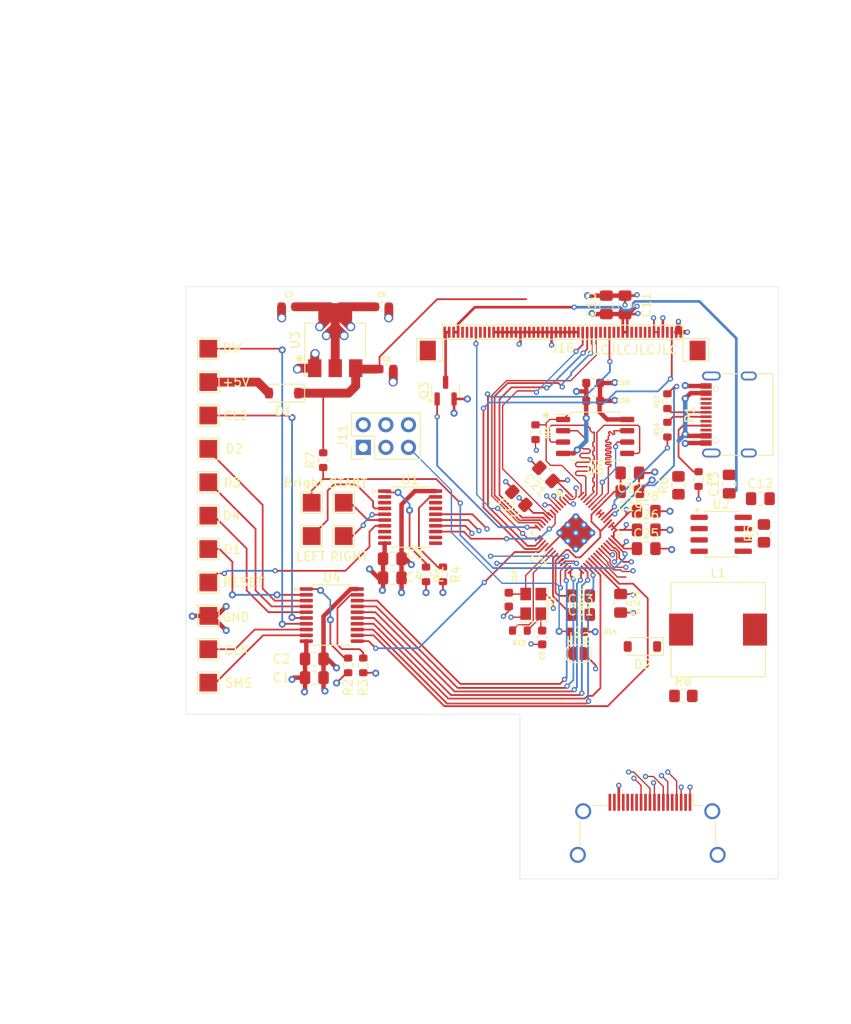
<source format=kicad_pcb>
(kicad_pcb (version 20221018) (generator pcbnew)
  (layers (0 "F.Cu" signal "Front_Copper") (1 "In1.Cu" mixed "GND") (2 "In2.Cu" mixed "3.3v") (31 "B.Cu" signal "Back_Copper") (34 "B.Paste" user "Pasta traseira") (35 "F.Paste" user "Pasta frontal") (36 "B.SilkS" user "Serigrafia traseira") (37 "F.SilkS" user "Serigrafia frontal") (38 "B.Mask" user "Máscara traseira") (39 "F.Mask" user "Máscara frontal") (44 "Edge.Cuts" user "Cortes contorno"))
  (net 0 "")
  (net 1 "GND")
  (net 2 "+3V3")
  (net 3 "Net-(U7-XIN)")
  (net 4 "Net-(D2-A)")
  (net 5 "Net-(D3-A)")
  (net 6 "Net-(D1-A)")
  (net 7 "+5VD")
  (net 8 "~{FLASH_CS}")
  (net 9 "FLASH_D1")
  (net 10 "FLASH_D2")
  (net 11 "FLASH_D0")
  (net 12 "FLASH_CLK")
  (net 14 "Net-(P1-CC)")
  (net 15 "+1V1")
  (net 16 "Net-(P1-D+)")
  (net 18 "Net-(P1-D-)")
  (net 20 "Net-(J12-Pin_1)")
  (net 23 "Net-(J13-Pin_1)")
  (net 24 "Net-(U7-XOUT)")
  (net 25 "Net-(U7-USB_DP)")
  (net 26 "Net-(U7-USB_DM)")
  (net 27 "Net-(J14-Pin_1)")
  (net 28 "Net-(U1-A->B)")
  (net 29 "Net-(U4-A->B)")
  (net 30 "FLASH_D3")
  (net 31 "Net-(U4-CE)")
  (net 32 "Net-(U1-CE)")
  (net 33 "SWCLK")
  (net 34 "SWD")
  (net 35 "RUN")
  (net 36 "LED_PIN")
  (net 37 "Net-(C5-Pad2)")
  (net 42 "START_Pico")
  (net 43 "RIGHT_Pico")
  (net 44 "LEFT_Pico")
  (net 45 "DOWN_Pico")
  (net 46 "UP_Pico")
  (net 47 "SMS")
  (net 48 "CLK")
  (net 49 "DW")
  (net 50 "CL2")
  (net 51 "D04_Pico")
  (net 52 "D03_Pico")
  (net 53 "D02_Pico")
  (net 54 "D01_Pico")
  (net 55 "HDMI_D2+")
  (net 56 "Net-(J15-Pin_1)")
  (net 57 "RESET_Pico")
  (net 58 "+20V")
  (net 59 "Net-(U2-Vfb)")
  (net 65 "LCD_D0")
  (net 66 "LCD_D1")
  (net 67 "LCD_D2")
  (net 68 "LCD_D3")
  (net 69 "LCD_Backlight")
  (net 70 "LCD_RST")
  (net 71 "LCD_CLK")
  (net 72 "LCD_DEN")
  (net 74 "HDMI_D2-")
  (net 75 "HDMI_D1+")
  (net 83 "LCD_HSync")
  (net 84 "LCD_VSync")
  (net 93 "Net-(J1-Pin_1)")
  (net 94 "Net-(J2-Pin_1)")
  (net 95 "Net-(J3-Pin_1)")
  (net 96 "Net-(J4-Pin_1)")
  (net 97 "Net-(J5-Pin_1)")
  (net 98 "Net-(J6-Pin_1)")
  (net 99 "Net-(J7-Pin_1)")
  (net 100 "Net-(J8-Pin_1)")
  (net 101 "HDMI_D1-")
  (net 102 "HDMI_D0+")
  (net 103 "Net-(L1-Pad2)")
  (net 104 "Net-(J19-Pin_1)")
  (net 105 "Net-(U2-DC)")
  (net 106 "Backlight_GND")
  (net 110 "HDMI_D0-")
  (net 111 "HDMI_CLK+")
  (net 113 "HDMI_CLK-")
  (footprint "Capacitor_SMD:C_0805_2012Metric_Pad1.18x1.45mm_HandSolder" (layer "F.Cu") (at 131.8 50.3375 90)
    (fp_text reference "C11")
    (fp_text value "100n")
  )
  (footprint "Resistor_SMD:R_0603_1608Metric" (layer "F.Cu") (at 109.45 80.6 -90)
    (fp_text reference "R1")
    (fp_text value "10k")
  )
  (footprint "Capacitor_SMD:C_0603_1608Metric" (layer "F.Cu") (at 118.742992 83.436637 90)
    (fp_text reference "C19")
    (fp_text value "15p")
  )
  (footprint "Jumper:SolderJumper-2_P1.3mm_Open_RoundedPad1.0x1.5mm" (layer "F.Cu") (at 126.55 89.5)
    (fp_text reference "JP2")
    (fp_text value "SolderJumper_2_Open")
  )
  (footprint "Resistor_SMD:R_0805_2012Metric_Pad1.20x1.40mm_HandSolder" (layer "F.Cu") (at 137.8 70.6 90)
    (fp_text reference "R6")
    (fp_text value "R")
  )
  (footprint "Package_TO_SOT_SMD:SOT-223-3_TabPin2" (layer "F.Cu") (at 99.25 54.3 90)
    (fp_text reference "U3")
    (fp_text value "AMS1117-3.3")
  )
  (footprint "Capacitor_SMD:C_0805_2012Metric_Pad1.18x1.45mm_HandSolder" (layer "F.Cu") (at 147 72.1)
    (fp_text reference "C12")
    (fp_text value "C")
  )
  (footprint "Package_SO:TSSOP-20_4.4x6.5mm_P0.65mm" (layer "F.Cu") (at 107.6625 74.175)
    (fp_text reference "U1")
    (fp_text value "74LVC245")
  )
  (footprint "TestPoint:TestPoint_Pad_2.0x2.0mm" (layer "F.Cu") (at 100.2 72.55)
    (fp_text reference "J14" hide)
    (fp_text value "START")
  )
  (footprint "TestPoint:TestPoint_Pad_2.0x2.0mm" (layer "F.Cu") (at 100.2 76.3)
    (fp_text reference "J13" hide)
    (fp_text value "RIGHT")
  )
  (footprint "Resistor_SMD:R_0603_1608Metric" (layer "F.Cu") (at 102.4 90.825 -90)
    (fp_text reference "R3")
    (fp_text value "10k")
  )
  (footprint "Resistor_SMD:R_0603_1608Metric" (layer "F.Cu") (at 97.9 67.775 90)
    (fp_text reference "R7")
    (fp_text value "10k")
  )
  (footprint "Capacitor_SMD:C_0805_2012Metric_Pad1.18x1.45mm_HandSolder" (layer "F.Cu") (at 105.6625 81 180)
    (fp_text reference "C4")
    (fp_text value "100n")
  )
  (footprint "Inductor_SMD:L_10.4x10.4_H4.8" (layer "F.Cu") (at 142.25 86.8)
    (fp_text reference "L1")
    (fp_text value "L")
  )
  (footprint "Capacitor_SMD:C_0805_2012Metric_Pad1.18x1.45mm_HandSolder" (layer "F.Cu") (at 126.805492 83.011637 180)
    (fp_text reference "C31")
    (fp_text value "100n")
  )
  (footprint "Package_SO:TSSOP-20_4.4x6.5mm_P0.65mm" (layer "F.Cu") (at 98.8625 85.175)
    (fp_text reference "U4")
    (fp_text value "74LVC245")
  )
  (footprint "TestPoint:TestPoint_Pad_2.0x2.0mm" (layer "F.Cu") (at 85 59.01)
    (fp_text reference "J17" hide)
    (fp_text value "+5V")
  )
  (footprint "Connector_HDMI:HDMI_A_Amphenol_10029449-x01xLF_Horizontal" (layer "F.Cu") (at 134.35 111.2)
    (fp_text reference "J9" hide)
    (fp_text value "HDMI_A")
  )
  (footprint "Capacitor_SMD:C_0603_1608Metric" (layer "F.Cu") (at 122.492992 87.686637 90)
    (fp_text reference "C5")
    (fp_text value "15p")
  )
  (footprint "Resistor_SMD:R_0603_1608Metric" (layer "F.Cu") (at 126.375 87.05)
    (fp_text reference "R14")
    (fp_text value "10k" hide)
  )
  (footprint "Capacitor_SMD:C_0805_2012Metric_Pad1.18x1.45mm_HandSolder" (layer "F.Cu") (at 119.866377 72.066377 135)
    (fp_text reference "C22")
    (fp_text value "100n")
  )
  (footprint "Resistor_SMD:R_0603_1608Metric" (layer "F.Cu") (at 111.35 80.6 -90)
    (fp_text reference "R4")
    (fp_text value "10k")
  )
  (footprint "MCU_RaspberryPi_and_Boards:RP2040-QFN-56" (layer "F.Cu") (at 126.274186 75.940281 -45)
    (fp_text reference "U7")
    (fp_text value "RP2040")
  )
  (footprint "Package_SO:SOIC-8_5.23x5.23mm_P1.27mm" (layer "F.Cu") (at 128.442992 65.109088)
    (fp_text reference "U5")
    (fp_text value "W25Q128JVSIQ")
  )
  (footprint "TestPoint:TestPoint_Pad_2.0x2.0mm" (layer "F.Cu") (at 85 70.26)
    (fp_text reference "J3" hide)
    (fp_text value "D3")
  )
  (footprint "Diode_SMD:D_SOD-123" (layer "F.Cu") (at 133.75 88.7 180)
    (fp_text reference "D2")
    (fp_text value "D_Schottky")
  )
  (footprint "Capacitor_SMD:C_0805_2012Metric_Pad1.18x1.45mm_HandSolder" (layer "F.Cu") (at 129.7 50.3375 90)
    (fp_text reference "C10")
    (fp_text value "1u")
  )
  (footprint "TestPoint:TestPoint_Pad_2.0x2.0mm" (layer "F.Cu") (at 96.6 72.55)
    (fp_text reference "J19" hide)
    (fp_text value "Bright")
  )
  (footprint "Resistor_SMD:R_0603_1608Metric" (layer "F.Cu") (at 121.742992 64.634088 -90)
    (fp_text reference "R15")
    (fp_text value "10k")
  )
  (footprint "Capacitor_SMD:C_0805_2012Metric_Pad1.18x1.45mm_HandSolder" (layer "F.Cu") (at 132.342992 69.211637 180)
    (fp_text reference "C32")
    (fp_text value "100n")
  )
  (footprint "Package_TO_SOT_SMD:SOT-23" (layer "F.Cu") (at 111.65 59.9625 90)
    (fp_text reference "Q3")
    (fp_text value "Q_NMOS_GSD")
  )
  (footprint "Connector_USB:USB_C_Receptacle_Jing_918-418K2023S40001" (layer "F.Cu") (at 144.56 62.65 90)
    (fp_text reference "P1")
    (fp_text value "USB_C_Plug_USB2.0")
    (fp_circle (center -2.89 -2.54) (end -2.5775 -2.54) (stroke (width 0.05)) (fill none) (layer "Edge.Cuts"))
    (fp_circle (center 2.89 -2.54) (end 3.2025 -2.54) (stroke (width 0.05)) (fill none) (layer "Edge.Cuts"))
  )
  (footprint "Capacitor_SMD:C_0603_1608Metric" (layer "F.Cu") (at 105 57.55)
    (fp_text reference "C8")
    (fp_text value "22u")
  )
  (footprint "Diode_SMD:D_SOD-123" (layer "F.Cu") (at 93.45 60.25 180)
    (fp_text reference "D1")
    (fp_text value "D_Schottky")
  )
  (footprint "TestPoint:TestPoint_Pad_2.0x2.0mm" (layer "F.Cu") (at 85 55.26)
    (fp_text reference "J6" hide)
    (fp_text value "DW")
  )
  (footprint "TestPoint:TestPoint_Pad_2.0x2.0mm" (layer "F.Cu") (at 85 85.26)
    (fp_text reference "J18" hide)
    (fp_text value "GND")
  )
  (footprint "Capacitor_SMD:C_0805_2012Metric_Pad1.18x1.45mm_HandSolder" (layer "F.Cu") (at 134.180492 77.711637)
    (fp_text reference "C25")
    (fp_text value "100n")
  )
  (footprint "TestPoint:TestPoint_Pad_2.0x2.0mm" (layer "F.Cu") (at 85 74.01)
    (fp_text reference "J4" hide)
    (fp_text value "D4")
  )
  (footprint "Capacitor_SMD:C_0805_2012Metric_Pad1.18x1.45mm_HandSolder" (layer "F.Cu") (at 131.3 83.85 -90)
    (fp_text reference "C24")
    (fp_text value "100n")
  )
  (footprint "TestPoint:TestPoint_Pad_2.0x2.0mm" (layer "F.Cu") (at 85 77.76)
    (fp_text reference "J1" hide)
    (fp_text value "D1")
  )
  (footprint "TestPoint:TestPoint_Pad_2.0x2.0mm" (layer "F.Cu") (at 85 62.76)
    (fp_text reference "J5" hide)
    (fp_text value "CL2")
  )
  (footprint "Resistor_SMD:R_0805_2012Metric_Pad1.20x1.40mm_HandSolder" (layer "F.Cu") (at 138.35 94.25)
    (fp_text reference "R8")
    (fp_text value "R")
  )
  (footprint "Capacitor_SMD:C_0805_2012Metric_Pad1.18x1.45mm_HandSolder" (layer "F.Cu") (at 96.9 90.1 180)
    (fp_text reference "C2")
    (fp_text value "1u")
  )
  (footprint "Resistor_SMD:R_0603_1608Metric" (layer "F.Cu") (at 136.56 61.15 -90)
    (fp_text reference "R17")
    (fp_text value "27")
  )
  (footprint "Capacitor_SMD:C_0603_1608Metric" (layer "F.Cu") (at 104.5 50.55)
    (fp_text reference "C9")
    (fp_text value "10u")
  )
  (footprint "Package_SO:SOIC-8_3.9x4.9mm_P1.27mm" (layer "F.Cu") (at 142.6 76.1)
    (fp_text reference "U2")
    (fp_text value "MC34063AD")
  )
  (footprint "Capacitor_SMD:C_0805_2012Metric_Pad1.18x1.45mm_HandSolder" (layer "F.Cu") (at 132.342992 71.311637 180)
    (fp_text reference "C29")
    (fp_text value "1u")
  )
  (footprint "Resistor_SMD:R_0603_1608Metric" (layer "F.Cu") (at 136.56 64.35 90)
    (fp_text reference "R16")
    (fp_text value "27")
  )
  (footprint "TestPoint:TestPoint_Pad_2.0x2.0mm" (layer "F.Cu") (at 85 66.51)
    (fp_text reference "J2" hide)
    (fp_text value "D2")
  )
  (footprint "Capacitor_SMD:C_0805_2012Metric_Pad1.18x1.45mm_HandSolder" (layer "F.Cu") (at 134.180492 73.511637)
    (fp_text reference "C28")
    (fp_text value "100n")
  )
  (footprint "Capacitor_SMD:C_0603_1608Metric" (layer "F.Cu") (at 128.217992 59.109088 180)
    (fp_text reference "C16")
    (fp_text value "1u" hide)
  )
  (footprint "Capacitor_SMD:C_0805_2012Metric_Pad1.18x1.45mm_HandSolder" (layer "F.Cu") (at 134.180492 75.611637)
    (fp_text reference "C26")
    (fp_text value "1u")
  )
  (footprint "Capacitor_SMD:C_0603_1608Metric" (layer "F.Cu") (at 94 50.55 180)
    (fp_text reference "C7")
    (fp_text value "22u")
  )
  (footprint "Crystal:Crystal_SMD_3225-4Pin_3.2x2.5mm" (layer "F.Cu") (at 121.492992 83.911637 90)
    (fp_text reference "Y2")
    (fp_text value "Crystal_GND24")
  )
  (footprint "Capacitor_SMD:C_0805_2012Metric_Pad1.18x1.45mm_HandSolder" (layer "F.Cu") (at 122.909369 69.378014 135)
    (fp_text reference "C21")
    (fp_text value "100n")
  )
  (footprint "Capacitor_SMD:C_0805_2012Metric_Pad1.18x1.45mm_HandSolder" (layer "F.Cu") (at 143.5 70.4625 90)
    (fp_text reference "C13")
    (fp_text value "C")
  )
  (footprint "Connector_PinHeader_2.54mm:PinHeader_2x03_P2.54mm_Vertical" (layer "F.Cu") (at 102.4 66.34 90)
    (fp_text reference "J11")
    (fp_text value "Conn_02x03_Odd_Even")
  )
  (footprint "Capacitor_SMD:C_0603_1608Metric" (layer "F.Cu") (at 128.217992 61.109088 180)
    (fp_text reference "C30")
    (fp_text value "100n")
  )
  (footprint "GG_LCD:FPC_54" (layer "F.Cu") (at 124.8 53.407143)
    (fp_text reference "J16")
    (fp_text value "HDGC-0.5K-DX-54PWB")
  )
  (footprint "Resistor_SMD:R_0603_1608Metric" (layer "F.Cu") (at 140.06 69.9 90)
    (fp_text reference "R18")
    (fp_text value "5.1k")
  )
  (footprint "TestPoint:TestPoint_Pad_2.0x2.0mm" (layer "F.Cu") (at 85 92.76)
    (fp_text reference "J8" hide)
    (fp_text value "SMS")
  )
  (footprint "TestPoint:TestPoint_Pad_2.0x2.0mm" (layer "F.Cu") (at 85 89.01)
    (fp_text reference "J7" hide)
    (fp_text value "CLK")
  )
  (footprint "Resistor_SMD:R_0603_1608Metric" (layer "F.Cu") (at 100.7 90.825 -90)
    (fp_text reference "R2")
    (fp_text value "10k")
  )
  (footprint "Capacitor_SMD:C_0805_2012Metric_Pad1.18x1.45mm_HandSolder" (layer "F.Cu") (at 96.9 92.2 180)
    (fp_text reference "C1")
    (fp_text value "100n")
  )
  (footprint "Capacitor_SMD:C_0805_2012Metric_Pad1.18x1.45mm_HandSolder" (layer "F.Cu") (at 126.805492 85.111637)
    (fp_text reference "C23")
    (fp_text value "100n")
  )
  (footprint "Resistor_SMD:R_0805_2012Metric_Pad1.20x1.40mm_HandSolder" (layer "F.Cu") (at 147.4 76 90)
    (fp_text reference "R5")
    (fp_text value "R")
  )
  (footprint "Capacitor_SMD:C_0805_2012Metric_Pad1.18x1.45mm_HandSolder" (layer "F.Cu") (at 105.6625 78.85 180)
    (fp_text reference "C3")
    (fp_text value "1u")
  )
  (footprint "Resistor_SMD:R_0603_1608Metric" (layer "F.Cu") (at 119.992992 86.911637 180)
    (fp_text reference "R13")
    (fp_text value "1k")
  )
  (footprint "TestPoint:TestPoint_Pad_2.0x2.0mm" (layer "F.Cu") (at 96.6 76.3)
    (fp_text reference "J12" hide)
    (fp_text value "LEFT")
  )
  (footprint "TestPoint:TestPoint_Pad_2.0x2.0mm" (layer "F.Cu") (at 85 81.51)
    (fp_text reference "J15" hide)
    (fp_text value "RESET")
  )
  (gr_line (start 120 96.3) (end 82.5 96.3) (stroke (width 0.05)) (layer "Edge.Cuts"))
  (gr_line (start 120 114.8) (end 120 96.3) (stroke (width 0.05)) (layer "Edge.Cuts"))
  (gr_line (start 82.5 96.3) (end 82.5 48.3) (stroke (width 0.05)) (layer "Edge.Cuts"))
  (gr_line (start 149 96.3) (end 149 114.8) (stroke (width 0.05)) (layer "Edge.Cuts"))
  (gr_line (start 149 114.8) (end 120 114.8) (stroke (width 0.05)) (layer "Edge.Cuts"))
  (gr_line (start 82.5 48.3) (end 149 48.3) (stroke (width 0.05)) (layer "Edge.Cuts"))
  (gr_line (start 149 48.3) (end 149 96.3) (stroke (width 0.05)) (layer "Edge.Cuts"))
  (gr_text "JLCJLCJLCJLC" (at 132.6 55.4) (layer "F.SilkS") (effects (font (size 1 1))))
  (gr_text "." (at 95.25 54.3) (layer "F.SilkS") (effects (font (size 5 5) (thickness 0.3))))
  (gr_text "." (at 126.442992 71.511637 -90) (layer "F.SilkS") (effects (font (size 5 5) (thickness 0.3))))
  (gr_text "." (at 124.942992 62.711637 -90) (layer "F.SilkS") (effects (font (size 5 5) (thickness 0.3))))
  (segment (start 123.242992 83.161637) (end 123.742992 83.661637) (width 0.146812) (layer "F.Cu") (net 1))
  (segment (start 85 85.26) (end 85.94 85.26) (width 0.5) (layer "F.Cu") (net 1))
  (segment (start 95.8625 90.1) (end 95.8625 92.2) (width 0.5) (layer "F.Cu") (net 1))
  (segment (start 131.8 49.3) (end 131.8 50.35) (width 0.3) (layer "F.Cu") (net 1))
  (segment (start 119.132754 71.332754) (end 119.132754 70.932754) (width 0.2) (layer "F.Cu") (net 1))
  (segment (start 123.55 53.407143) (end 123.55 54.85) (width 0.3) (layer "F.Cu") (net 1))
  (segment (start 105.275 50.55) (end 105.275 51.775) (width 1) (layer "F.Cu") (net 1))
  (segment (start 123.742992 83.661637) (end 123.742992 84.411637) (width 0.146812) (layer "F.Cu") (net 1))
  (segment (start 95.8625 93.7375) (end 95.8 93.8) (width 0.5) (layer "F.Cu") (net 1))
  (segment (start 133.442992 71.311637) (end 134.842992 69.911637) (width 0.2) (layer "F.Cu") (net 1))
  (segment (start 124.842992 67.014088) (end 126.051663 67.014088) (width 0.5) (layer "F.Cu") (net 1))
  (segment (start 83.24 85.26) (end 83.2 85.3) (width 0.5) (layer "F.Cu") (net 1))
  (segment (start 105.775 58.975) (end 105.75 59) (width 1) (layer "F.Cu") (net 1))
  (segment (start 103.75 91.65) (end 103.8 91.7) (width 0.2) (layer "F.Cu") (net 1))
  (segment (start 96.95 57.45) (end 96.95 55.85) (width 1) (layer "F.Cu") (net 1))
  (segment (start 104.8 78.675) (end 104.625 78.85) (width 0.5) (layer "F.Cu") (net 1))
  (segment (start 119.132754 70.932754) (end 118.4 70.2) (width 0.2) (layer "F.Cu") (net 1))
  (segment (start 118.742992 84.711637) (end 118.142992 85.311637) (width 0.2) (layer "F.Cu") (net 1))
  (segment (start 121.292992 88.461637) (end 121.242992 88.411637) (width 0.146812) (layer "F.Cu") (net 1))
  (segment (start 85 85.26) (end 85.36 85.26) (width 0.5) (layer "F.Cu") (net 1))
  (segment (start 104.8 77.1) (end 104.8 78.675) (width 0.5) (layer "F.Cu") (net 1))
  (segment (start 118.742992 84.211637) (end 118.742992 84.711637) (width 0.2) (layer "F.Cu") (net 1))
  (segment (start 105.775 57.55) (end 105.775 58.975) (width 1) (layer "F.Cu") (net 1))
  (segment (start 122.075746 68.644391) (end 121.142992 67.711637) (width 0.2) (layer "F.Cu") (net 1))
  (segment (start 133.05 49.3) (end 133.15 49.2) (width 0.3) (layer "F.Cu") (net 1))
  (segment (start 122.342992 82.811637) (end 122.892992 82.811637) (width 0.146812) (layer "F.Cu") (net 1))
  (segment (start 137.8 53.407143) (end 138.05 53.407143) (width 0.5) (layer "F.Cu") (net 1))
  (segment (start 120.05 54.6) (end 119.9 54.75) (width 0.3) (layer "F.Cu") (net 1))
  (segment (start 133.380492 69.211637) (end 135.042992 69.211637) (width 0.2) (layer "F.Cu") (net 1))
  (segment (start 85.94 85.26) (end 87 84.2) (width 0.5) (layer "F.Cu") (net 1))
  (segment (start 104.625 81) (end 104.1 81) (width 0.5) (layer "F.Cu") (net 1))
  (segment (start 127.442992 61.109088) (end 127.442992 60.059088) (width 0.5) (layer "F.Cu") (net 1))
  (segment (start 104.1 81) (end 103.1 80) (width 0.5) (layer "F.Cu") (net 1))
  (segment (start 117.05 53.407143) (end 117.55 53.407143) (width 0.3) (layer "F.Cu") (net 1))
  (segment (start 133.380492 71.311637) (end 133.442992 71.311637) (width 0.2) (layer "F.Cu") (net 1))
  (segment (start 135.217992 73.511637) (end 136.842992 73.511637) (width 0.2) (layer "F.Cu") (net 1))
  (segment (start 135.05 51.85) (end 135 51.8) (width 0.2) (layer "F.Cu") (net 1))
  (segment (start 127.442992 60.059088) (end 126.342992 60.059088) (width 0.5) (layer "F.Cu") (net 1))
  (segment (start 124.471064 76.32919) (end 124.471064 75.940281) (width 0.2) (layer "F.Cu") (net 1))
  (segment (start 140.4 65.85) (end 138.61 65.85) (width 0.5) (layer "F.Cu") (net 1))
  (segment (start 135.05 53.407143) (end 135.55 53.407143) (width 0.2) (layer "F.Cu") (net 1))
  (segment (start 122.492992 88.461637) (end 121.292992 88.461637) (width 0.146812) (layer "F.Cu") (net 1))
  (segment (start 85 85.26) (end 83.24 85.26) (width 0.5) (layer "F.Cu") (net 1))
  (segment (start 111.35 81.425) (end 111.35 82.65) (width 0.2) (layer "F.Cu") (net 1))
  (segment (start 122.175746 68.644391) (end 122.075746 68.644391) (width 0.2) (layer "F.Cu") (net 1))
  (segment (start 127.2 89.5) (end 128.5 90.8) (width 0.2) (layer "F.Cu") (net 1))
  (segment (start 122.892992 82.811637) (end 123.242992 83.161637) (width 0.146812) (layer "F.Cu") (net 1))
  (segment (start 120.05 53.407143) (end 120.05 54.6) (width 0.3) (layer "F.Cu") (net 1))
  (segment (start 135.042992 69.211637) (end 135.142992 69.111637) (width 0.2) (layer "F.Cu") (net 1))
  (segment (start 112.6 60.9) (end 112.6 62.5) (width 0.3) (layer "F.Cu") (net 1))
  (segment (start 95.8625 92.2) (end 94.6 92.2) (width 0.5) (layer "F.Cu") (net 1))
  (segment (start 135.217992 77.711637) (end 136.942992 77.711637) (width 0.2) (layer "F.Cu") (net 1))
  (segment (start 95.1 57.45) (end 95 57.55) (width 1) (layer "F.Cu") (net 1))
  (segment (start 123.1364 77.663854) (end 124.471064 76.32919) (width 0.2) (layer "F.Cu") (net 1))
  (segment (start 95.8625 92.2) (end 95.8625 93.7375) (width 0.5) (layer "F.Cu") (net 1))
  (segment (start 96 88.1) (end 96 89.9625) (width 0.5) (layer "F.Cu") (net 1))
  (segment (start 136.942992 77.711637) (end 137.042992 77.811637) (width 0.2) (layer "F.Cu") (net 1))
  (segment (start 96.95 55.85) (end 97 55.8) (width 1) (layer "F.Cu") (net 1))
  (segment (start 94.6 92.2) (end 94.4 92.4) (width 0.5) (layer "F.Cu") (net 1))
  (segment (start 96 89.9625) (end 95.8625 90.1) (width 0.5) (layer "F.Cu") (net 1))
  (segment (start 105.275 51.775) (end 105.25 51.8) (width 1) (layer "F.Cu") (net 1))
  (segment (start 85.36 85.26) (end 87 86.9) (width 0.5) (layer "F.Cu") (net 1))
  (segment (start 140.4 59.45) (end 138.61 59.45) (width 0.5) (layer "F.Cu") (net 1))
  (segment (start 129.7 49.3) (end 131.8 49.3) (width 0.5) (layer "F.Cu") (net 1))
  (segment (start 137.55 53.407143) (end 137.8 53.407143) (width 0.5) (layer "F.Cu") (net 1))
  (segment (start 127.442992 60.059088) (end 127.442992 59.109088) (width 0.5) (layer "F.Cu") (net 1))
  (segment (start 120.642992 85.011637) (end 120.242992 85.411637) (width 0.146812) (layer "F.Cu") (net 1))
  (segment (start 127.442992 61.109088) (end 127.442992 63.109088) (width 0.5) (layer "F.Cu") (net 1))
  (segment (start 138.792857 53.407143) (end 138.8 53.4) (width 0.5) (layer "F.Cu") (net 1))
  (segment (start 131.3 84.8875) (end 132.7375 84.8875) (width 0.2) (layer "F.Cu") (net 1))
  (segment (start 120.242992 85.411637) (end 119.992992 85.411637) (width 0.146812) (layer "F.Cu") (net 1))
  (segment (start 138.61 65.85) (end 138.56 65.9) (width 0.5) (layer "F.Cu") (net 1))
  (segment (start 112.6 60.9) (end 114.1 60.9) (width 0.3) (layer "F.Cu") (net 1))
  (segment (start 135.05 53.407143) (end 135.05 51.85) (width 0.2) (layer "F.Cu") (net 1))
  (segment (start 135.217992 75.611637) (end 136.842992 75.611637) (width 0.2) (layer "F.Cu") (net 1))
  (segment (start 102.4 91.65) (end 103.75 91.65) (width 0.2) (layer "F.Cu") (net 1))
  (segment (start 128.5 90.8) (end 128.5 91.2) (width 0.2) (layer "F.Cu") (net 1))
  (segment (start 131.1 106.2) (end 131.1 104.3) (width 0.3) (layer "F.Cu") (net 1))
  (segment (start 93.225 51.775) (end 93.25 51.8) (width 1) (layer "F.Cu") (net 1))
  (segment (start 129.7 49.3) (end 127.6 49.3) (width 0.5) (layer "F.Cu") (net 1))
  (segment (start 96.95 57.45) (end 95.1 57.45) (width 1) (layer "F.Cu") (net 1))
  (segment (start 104.625 78.85) (end 104.625 81) (width 0.5) (layer "F.Cu") (net 1))
  (segment (start 127.442992 63.109088) (end 127.442992 63.059088) (width 0.5) (layer "F.Cu") (net 1))
  (segment (start 117.55 53.407143) (end 126.55 53.407143) (width 0.3) (layer "F.Cu") (net 1))
  (segment (start 119.992992 85.411637) (end 118.992992 85.411637) (width 0.146812) (layer "F.Cu") (net 1))
  (segment (start 104.625 81) (end 104.625 82.325) (width 0.5) (layer "F.Cu") (net 1))
  (segment (start 133.380492 69.211637) (end 133.380492 71.311637) (width 0.2) (layer "F.Cu") (net 1))
  (segment (start 138.05 53.407143) (end 138.792857 53.407143) (width 0.5) (layer "F.Cu") (net 1))
  (segment (start 93.225 50.55) (end 93.225 51.775) (width 1) (layer "F.Cu") (net 1))
  (segment (start 131.8 49.3) (end 133.05 49.3) (width 0.3) (layer "F.Cu") (net 1))
  (segment (start 104.625 82.325) (end 104.55 82.4) (width 0.5) (layer "F.Cu") (net 1))
  (segment (start 126.051663 67.014088) (end 126.437467 66.628284) (width 0.5) (layer "F.Cu") (net 1))
  (segment (start 137.8 53.407143) (end 137.8 52.2) (width 0.5) (layer "F.Cu") (net 1))
  (segment (start 138.61 59.45) (end 138.56 59.4) (width 0.5) (layer "F.Cu") (net 1))
  (segment (start 140.06 70.725) (end 140.06 72.15) (width 0.2) (layer "F.Cu") (net 1))
  (segment (start 132.7375 84.8875) (end 132.75 84.9) (width 0.2) (layer "F.Cu") (net 1))
  (via (at 126.437467 66.628284) (size 0.8) (drill 0.4) (layers "F.Cu" "B.Cu") (net 1))
  (via (at 103.1 80) (size 0.8) (drill 0.4) (layers "F.Cu" "B.Cu") (net 1))
  (via (at 138.56 65.9) (size 0.8) (drill 0.4) (layers "F.Cu" "B.Cu") (net 1))
  (via (at 95.8 93.8) (size 0.8) (drill 0.4) (layers "F.Cu" "B.Cu") (net 1))
  (via (at 93.25 51.8) (size 1) (drill 0.7) (layers "F.Cu" "B.Cu") (net 1))
  (via (at 97 55.8) (size 1) (drill 0.7) (layers "F.Cu" "B.Cu") (net 1))
  (via (at 118.4 70.2) (size 0.6) (drill 0.3) (layers "F.Cu" "B.Cu") (net 1))
  (via (at 118.992992 85.411637) (size 0.6) (drill 0.3) (layers "F.Cu" "B.Cu") (net 1))
  (via (at 105.75 59) (size 1) (drill 0.7) (layers "F.Cu" "B.Cu") (net 1))
  (via (at 135.142992 69.111637) (size 0.8) (drill 0.4) (layers "F.Cu" "B.Cu") (net 1))
  (via (at 136.842992 73.511637) (size 0.8) (drill 0.4) (layers "F.Cu" "B.Cu") (net 1))
  (via (at 94.4 92.4) (size 0.8) (drill 0.4) (layers "F.Cu" "B.Cu") (net 1))
  (via (at 132.75 84.9) (size 0.6) (drill 0.3) (layers "F.Cu" "B.Cu") (net 1))
  (via (at 131.8 50.35) (size 0.6) (drill 0.3) (layers "F.Cu" "B.Cu") (net 1))
  (via (at 123.55 54.85) (size 0.6) (drill 0.3) (layers "F.Cu" "B.Cu") (net 1))
  (via (at 137.8 52.2) (size 0.6) (drill 0.3) (layers "F.Cu" "B.Cu") (net 1))
  (via (at 138.56 59.4) (size 0.8) (drill 0.4) (layers "F.Cu" "B.Cu") (net 1))
  (via (at 134.842992 70.011637) (size 0.8) (drill 0.4) (layers "F.Cu" "B.Cu") (net 1))
  (via (at 95 57.55) (size 1) (drill 0.7) (layers "F.Cu" "B.Cu") (net 1))
  (via (at 105.25 51.8) (size 1) (drill 0.7) (layers "F.Cu" "B.Cu") (net 1))
  (via (at 127.442992 63.059088) (size 0.8) (drill 0.4) (layers "F.Cu" "B.Cu") (net 1))
  (via (at 136.842992 75.611637) (size 0.8) (drill 0.4) (layers "F.Cu" "B.Cu") (net 1))
  (via (at 127.6 49.3) (size 0.8) (drill 0.4) (layers "F.Cu" "B.Cu") (net 1))
  (via (at 121.242992 88.411637) (size 0.6) (drill 0.3) (layers "F.Cu" "B.Cu") (net 1))
  (via (at 118.142992 85.311637) (size 0.6) (drill 0.3) (layers "F.Cu" "B.Cu") (net 1))
  (via (at 87 84.2) (size 0.8) (drill 0.4) (layers "F.Cu" "B.Cu") (net 1))
  (via (at 114.1 60.9) (size 0.8) (drill 0.4) (layers "F.Cu" "B.Cu") (net 1))
  (via (at 87 86.9) (size 0.8) (drill 0.4) (layers "F.Cu" "B.Cu") (net 1))
  (via (at 131.1 104.3) (size 0.6) (drill 0.3) (layers "F.Cu" "B.Cu") (net 1))
  (via (at 133.15 49.2) (size 0.6) (drill 0.3) (layers "F.Cu" "B.Cu") (net 1))
  (via (at 112.6 62.5) (size 0.8) (drill 0.4) (layers "F.Cu" "B.Cu") (net 1))
  (via (at 83.2 85.3) (size 0.8) (drill 0.4) (layers "F.Cu" "B.Cu") (net 1))
  (via (at 121.142992 67.711637) (size 0.6) (drill 0.3) (layers "F.Cu" "B.Cu") (net 1))
  (via (at 103.8 91.7) (size 0.8) (drill 0.4) (layers "F.Cu" "B.Cu") (net 1))
  (via (at 123.742992 84.411637) (size 0.6) (drill 0.3) (layers "F.Cu" "B.Cu") (net 1))
  (via (at 135 51.8) (size 0.6) (drill 0.3) (layers "F.Cu" "B.Cu") (net 1))
  (via (at 137.042992 77.811637) (size 0.8) (drill 0.4) (layers "F.Cu" "B.Cu") (net 1))
  (via (at 126.342992 60.059088) (size 0.8) (drill 0.4) (layers "F.Cu" "B.Cu") (net 1))
  (via (at 128.5 91.2) (size 0.6) (drill 0.3) (layers "F.Cu" "B.Cu") (net 1))
  (via (at 138.8 53.4) (size 0.6) (drill 0.3) (layers "F.Cu" "B.Cu") (net 1))
  (via (at 140.06 72.15) (size 0.6) (drill 0.3) (layers "F.Cu" "B.Cu") (net 1))
  (via (at 119.9 54.75) (size 0.6) (drill 0.3) (layers "F.Cu" "B.Cu") (net 1))
  (via (at 104.55 82.4) (size 0.8) (drill 0.4) (layers "F.Cu" "B.Cu") (net 1))
  (via (at 111.35 82.65) (size 0.8) (drill 0.4) (layers "F.Cu" "B.Cu") (net 1))
  (segment (start 127.442992 65.622759) (end 126.437467 66.628284) (width 0.5) (layer "B.Cu") (net 1))
  (segment (start 127.442992 63.059088) (end 127.442992 65.622759) (width 0.5) (layer "B.Cu") (net 1))
  (segment (start 134.842992 69.911637) (end 134.842992 70.011637) (width 0.2) (layer "B.Cu") (net 1))
  (segment (start 128.942992 62.359088) (end 128.942992 61.159088) (width 0.5) (layer "F.Cu") (net 2))
  (segment (start 106.7 72.75) (end 108.2 71.25) (width 0.5) (layer "F.Cu") (net 2))
  (segment (start 106.7 78.85) (end 106.7 81) (width 0.5) (layer "F.Cu") (net 2))
  (segment (start 131.8 51.375) (end 133.175 51.375) (width 0.3) (layer "F.Cu") (net 2))
  (segment (start 133.142992 73.511637) (end 132.379785 73.511637) (width 0.2) (layer "F.Cu") (net 2))
  (segment (start 128.992992 61.109088) (end 128.992992 60.059088) (width 0.5) (layer "F.Cu") (net 2))
  (segment (start 127.2 87.05) (end 128.45 87.05) (width 0.2) (layer "F.Cu") (net 2))
  (segment (start 123.642992 70.111637) (end 125.242992 70.111637) (width 0.2) (layer "F.Cu") (net 2))
  (segment (start 122.619692 73.7) (end 121.5 73.7) (width 0.2) (layer "F.Cu") (net 2))
  (segment (start 106.7 78.85) (end 107.15 78.85) (width 0.5) (layer "F.Cu") (net 2))
  (segment (start 131.55 53.407143) (end 131.55 51.625) (width 0.3) (layer "F.Cu") (net 2))
  (segment (start 132.6125 82.8125) (end 132.7 82.9) (width 0.2) (layer "F.Cu") (net 2))
  (segment (start 100.987501 82.25) (end 101.725 82.25) (width 0.5) (layer "F.Cu") (net 2))
  (segment (start 106.7 78.85) (end 106.7 72.75) (width 0.5) (layer "F.Cu") (net 2))
  (segment (start 128.992992 59.109088) (end 130.592992 59.109088) (width 0.5) (layer "F.Cu") (net 2))
  (segment (start 131.3 82.8125) (end 132.6125 82.8125) (width 0.2) (layer "F.Cu") (net 2))
  (segment (start 128.175 51.375) (end 128.1 51.3) (width 0.5) (layer "F.Cu") (net 2))
  (segment (start 128.992992 61.109088) (end 130.592992 61.109088) (width 0.5) (layer "F.Cu") (net 2))
  (segment (start 131.642992 75.611637) (end 130.806901 75.611637) (width 0.2) (layer "F.Cu") (net 2))
  (segment (start 130.592992 59.109088) (end 130.642992 59.059088) (width 0.5) (layer "F.Cu") (net 2))
  (segment (start 120.6 72.8) (end 120.6 72.7) (width 0.2) (layer "F.Cu") (net 2))
  (segment (start 99.25 51.15) (end 99.15 51.15) (width 1) (layer "F.Cu") (net 2))
  (segment (start 103.725 50.55) (end 99.85 50.55) (width 1) (layer "F.Cu") (net 2))
  (segment (start 125.242992 70.111637) (end 125.342992 70.011637) (width 0.2) (layer "F.Cu") (net 2))
  (segment (start 128.846287 73.651023) (end 129.12913 73.933866) (width 0.2) (layer "F.Cu") (net 2))
  (segment (start 94.775 50.55) (end 98.65 50.55) (width 1) (layer "F.Cu") (net 2))
  (segment (start 97.9375 92.2) (end 97.9375 93.5375) (width 0.5) (layer "F.Cu") (net 2))
  (segment (start 132.05 51.625) (end 131.8 51.375) (width 0.3) (layer "F.Cu") (net 2))
  (segment (start 132.379785 73.511637) (end 131.911388 73.980033) (width 0.2) (layer "F.Cu") (net 2))
  (segment (start 131.3 82.380308) (end 131.3 82.8125) (width 0.2) (layer "F.Cu") (net 2))
  (segment (start 136.05 53.407143) (end 136.05 51.8) (width 0.3) (layer "F.Cu") (net 2))
  (segment (start 131.8 51.375) (end 132.275 51.375) (width 0.3) (layer "F.Cu") (net 2))
  (segment (start 121.742992 66.559088) (end 121.842992 66.659088) (width 0.146812) (layer "F.Cu") (net 2))
  (segment (start 131.722497 77.711637) (end 131.482744 77.471885) (width 0.2) (layer "F.Cu") (net 2))
  (segment (start 133.142992 77.711637) (end 131.722497 77.711637) (width 0.2) (layer "F.Cu") (net 2))
  (segment (start 133.142992 75.611637) (end 131.642992 75.611637) (width 0.2) (layer "F.Cu") (net 2))
  (segment (start 129.7 51.375) (end 131.8 51.375) (width 0.5) (layer "F.Cu") (net 2))
  (segment (start 131.942992 77.011637) (end 131.942992 76.911637) (width 0.2) (layer "F.Cu") (net 2))
  (segment (start 121.5 73.7) (end 120.6 72.8) (width 0.2) (layer "F.Cu") (net 2))
  (segment (start 128.992992 60.059088) (end 128.992992 59.109088) (width 0.5) (layer "F.Cu") (net 2))
  (segment (start 130.592992 61.109088) (end 130.642992 61.059088) (width 0.5) (layer "F.Cu") (net 2))
  (segment (start 132.05 53.407143) (end 132.05 51.625) (width 0.3) (layer "F.Cu") (net 2))
  (segment (start 99.25 51.15) (end 99.25 52.8) (width 1) (layer "F.Cu") (net 2))
  (segment (start 98.4 90.1) (end 99.4 91.1) (width 0.5) (layer "F.Cu") (net 2))
  (segment (start 128.942992 61.159088) (end 128.992992 61.109088) (width 0.5) (layer "F.Cu") (net 2))
  (segment (start 99.25 52.8) (end 98.25 53.8) (width 1) (layer "F.Cu") (net 2))
  (segment (start 127.997759 79.078067) (end 131.3 82.380308) (width 0.2) (layer "F.Cu") (net 2))
  (segment (start 123.984928 78.512382) (end 123.710274 78.787036) (width 0.2) (layer "F.Cu") (net 2))
  (segment (start 124.122497 70.111637) (end 123.642992 70.111637) (width 0.2) (layer "F.Cu") (net 2))
  (segment (start 129.787992 63.204088) (end 128.942992 62.359088) (width 0.5) (layer "F.Cu") (net 2))
  (segment (start 131.642992 75.611637) (end 131.942992 75.311637) (width 0.2) (layer "F.Cu") (net 2))
  (segment (start 100.55 91.65) (end 99.4 92.8) (width 0.2) (layer "F.Cu") (net 2))
  (segment (start 99.15 51.15) (end 97.5 52.8) (width 1) (layer "F.Cu") (net 2))
  (segment (start 123.710274 78.787036) (end 123.710274 83.053919) (width 0.2) (layer "F.Cu") (net 2))
  (segment (start 130.543343 76.532483) (end 130.543343 75.875195) (width 0.2) (layer "F.Cu") (net 2))
  (segment (start 97.9375 90.1) (end 97.9375 85.300001) (width 0.5) (layer "F.Cu") (net 2))
  (segment (start 131.911388 73.980033) (end 130.543343 75.348079) (width 0.2) (layer "F.Cu") (net 2))
  (segment (start 97.9375 90.1) (end 98.4 90.1) (width 0.5) (layer "F.Cu") (net 2))
  (segment (start 131.911388 73.980033) (end 131.942992 73.948429) (width 0.2) (layer "F.Cu") (net 2))
  (segment (start 106.7 81) (end 106.7 82.65) (width 0.5) (layer "F.Cu") (net 2))
  (segment (start 99.25 51.15) (end 99.35 51.15) (width 1) (layer "F.Cu") (net 2))
  (segment (start 131.482744 77.471885) (end 130.543343 76.532483) (width 0.2) (layer "F.Cu") (net 2))
  (segment (start 131.482744 77.471885) (end 131.942992 77.011637) (width 0.2) (layer "F.Cu") (net 2))
  (segment (start 123.710274 83.053919) (end 125.767992 85.111637) (width 0.2) (layer "F.Cu") (net 2))
  (segment (start 130.806901 75.611637) (end 130.543343 75.348079) (width 0.2) (layer "F.Cu") (net 2))
  (segment (start 130.373672 75.178408) (end 130.2605 75.065236) (width 0.2) (layer "F.Cu") (net 2))
  (segment (start 130.543343 75.875195) (end 130.806901 75.611637) (width 0.2) (layer "F.Cu") (net 2))
  (segment (start 99.85 50.55) (end 99.25 51.15) (width 1) (layer "F.Cu") (net 2))
  (segment (start 130.314099 75.011637) (end 130.2605 75.065236) (width 0.2) (layer "F.Cu") (net 2))
  (segment (start 132.042992 63.204088) (end 129.787992 63.204088) (width 0.5) (layer "F.Cu") (net 2))
  (segment (start 120.6 72.7) (end 119.9 72) (width 0.2) (layer "F.Cu") (net 2))
  (segment (start 97.9375 93.5375) (end 98.1 93.7) (width 0.5) (layer "F.Cu") (net 2))
  (segment (start 132.275 51.375) (end 133.15 50.5) (width 0.3) (layer "F.Cu") (net 2))
  (segment (start 99.25 52.8) (end 100.25 53.8) (width 1) (layer "F.Cu") (net 2))
  (segment (start 121.742992 65.459088) (end 121.742992 66.559088) (width 0.146812) (layer "F.Cu") (net 2))
  (segment (start 131.55 51.625) (end 131.8 51.375) (width 0.3) (layer "F.Cu") (net 2))
  (segment (start 107.15 78.85) (end 107.8 79.5) (width 0.5) (layer "F.Cu") (net 2))
  (segment (start 109.45 81.425) (end 109.45 82.65) (width 0.2) (layer "F.Cu") (net 2))
  (segment (start 131.942992 73.948429) (end 131.942992 73.311637) (width 0.2) (layer "F.Cu") (net 2))
  (segment (start 123.1364 74.216708) (end 122.619692 73.7) (width 0.2) (layer "F.Cu") (net 2))
  (segment (start 125.681984 71.671124) (end 124.122497 70.111637) (width 0.2) (layer "F.Cu") (net 2))
  (segment (start 97.9375 85.300001) (end 100.987501 82.25) (width 0.5) (layer "F.Cu") (net 2))
  (segment (start 99.35 51.15) (end 101 52.8) (width 1) (layer "F.Cu") (net 2))
  (segment (start 131.55 53.407143) (end 132.05 53.407143) (width 0.3) (layer "F.Cu") (net 2))
  (segment (start 97.9375 90.1) (end 97.9375 92.2) (width 0.5) (layer "F.Cu") (net 2))
  (segment (start 130.543343 75.348079) (end 130.373672 75.178408) (width 0.2) (layer "F.Cu") (net 2))
  (segment (start 129.7 51.375) (end 128.175 51.375) (width 0.5) (layer "F.Cu") (net 2))
  (segment (start 133.175 51.375) (end 133.25 51.3) (width 0.3) (layer "F.Cu") (net 2))
  (segment (start 131.942992 75.311637) (end 131.942992 75.011637) (width 0.2) (layer "F.Cu") (net 2))
  (segment (start 98.65 50.55) (end 99.25 51.15) (width 1) (layer "F.Cu") (net 2))
  (segment (start 99.25 57.45) (end 99.25 51.15) (width 1) (layer "F.Cu") (net 2))
  (segment (start 108.2 71.25) (end 110.525 71.25) (width 0.5) (layer "F.Cu") (net 2))
  (segment (start 100.7 91.65) (end 100.55 91.65) (width 0.2) (layer "F.Cu") (net 2))
  (via (at 136.05 51.8) (size 0.6) (drill 0.3) (layers "F.Cu" "B.Cu") (net 2))
  (via (at 107.8 79.5) (size 0.8) (drill 0.4) (layers "F.Cu" "B.Cu") (net 2))
  (via (at 98.1 93.7) (size 0.8) (drill 0.4) (layers "F.Cu" "B.Cu") (net 2))
  (via (at 97.5 52.8) (size 1) (drill 0.7) (layers "F.Cu" "B.Cu") (net 2))
  (via (at 133.15 50.5) (size 0.6) (drill 0.3) (layers "F.Cu" "B.Cu") (net 2))
  (via (at 128.45 87.05) (size 0.8) (drill 0.4) (layers "F.Cu" "B.Cu") (net 2))
  (via (at 131.942992 75.011637) (size 0.6) (drill 0.3) (layers "F.Cu" "B.Cu") (net 2))
  (via (at 128.1 51.3) (size 0.8) (drill 0.4) (layers "F.Cu" "B.Cu") (net 2))
  (via (at 101 52.8) (size 1) (drill 0.7) (layers "F.Cu" "B.Cu") (net 2))
  (via (at 106.7 82.65) (size 0.8) (drill 0.4) (layers "F.Cu" "B.Cu") (net 2))
  (via (at 109.45 82.65) (size 0.8) (drill 0.4) (layers "F.Cu" "B.Cu") (net 2))
  (via (at 130.642992 59.059088) (size 0.8) (drill 0.4) (layers "F.Cu" "B.Cu") (net 2))
  (via (at 98.25 53.8) (size 1) (drill 0.7) (layers "F.Cu" "B.Cu") (net 2))
  (via (at 125.342992 70.011637) (size 0.6) (drill 0.3) (layers "F.Cu" "B.Cu") (net 2))
  (via (at 99.4 92.8) (size 0.8) (drill 0.4) (layers "F.Cu" "B.Cu") (net 2))
  (via (at 131.942992 76.911637) (size 0.6) (drill 0.3) (layers "F.Cu" "B.Cu") (net 2))
  (via (at 99.4 91.1) (size 0.8) (drill 0.4) (layers "F.Cu" "B.Cu") (net 2))
  (via (at 132.7 82.9) (size 0.6) (drill 0.3) (layers "F.Cu" "B.Cu") (net 2))
  (via (at 100.25 53.8) (size 1) (drill 0.7) (layers "F.Cu" "B.Cu") (net 2))
  (via (at 119.9 72) (size 0.6) (drill 0.3) (layers "F.Cu" "B.Cu") (net 2))
  (via (at 121.842992 66.659088) (size 0.6) (drill 0.3) (layers "F.Cu" "B.Cu") (net 2))
  (via (at 133.25 51.3) (size 0.6) (drill 0.3) (layers "F.Cu" "B.Cu") (net 2))
  (via (at 131.942992 73.311637) (size 0.6) (drill 0.3) (layers "F.Cu" "B.Cu") (net 2))
  (via (at 130.642992 61.059088) (size 0.8) (drill 0.4) (layers "F.Cu" "B.Cu") (net 2))
  (segment (start 120.642992 82.811637) (end 118.892992 82.811637) (width 0.146812) (layer "F.Cu") (net 3))
  (segment (start 120.642992 80.722946) (end 120.642992 82.811637) (width 0.146812) (layer "F.Cu") (net 3))
  (segment (start 118.892992 82.811637) (end 118.742992 82.661637) (width 0.146812) (layer "F.Cu") (net 3))
  (segment (start 123.419242 77.946696) (end 120.642992 80.722946) (width 0.146812) (layer "F.Cu") (net 3))
  (segment (start 140.4 60.25) (end 139.16 60.25) (width 0.5) (layer "F.Cu") (net 4))
  (segment (start 140.4 65.05) (end 138.76 65.05) (width 0.5) (layer "F.Cu") (net 4))
  (segment (start 138.76 65.05) (end 138.56 64.85) (width 0.5) (layer "F.Cu") (net 4))
  (segment (start 139.16 60.25) (end 138.56 60.85) (width 0.5) (layer "F.Cu") (net 4))
  (via (at 138.56 60.85) (size 0.8) (drill 0.4) (layers "F.Cu" "B.Cu") (net 4))
  (via (at 138.56 64.85) (size 0.8) (drill 0.4) (layers "F.Cu" "B.Cu") (net 4))
  (segment (start 138.56 64.85) (end 137.82 65.59) (width 0.5) (layer "B.Cu") (net 4))
  (segment (start 138.56 64.85) (end 138.56 60.85) (width 0.5) (layer "B.Cu") (net 4))
  (segment (start 90.56 59.01) (end 91.8 60.25) (width 1) (layer "F.Cu") (net 6))
  (segment (start 85 59.01) (end 90.56 59.01) (width 1) (layer "F.Cu") (net 6))
  (segment (start 97.6 60.25) (end 100.75 60.25) (width 1) (layer "F.Cu") (net 7))
  (segment (start 97.9 60.55) (end 97.6 60.25) (width 0.2) (layer "F.Cu") (net 7))
  (segment (start 120.7 49.7) (end 110.7 49.7) (width 0.2) (layer "F.Cu") (net 7))
  (segment (start 95.1 60.25) (end 97.6 60.25) (width 1) (layer "F.Cu") (net 7))
  (segment (start 101.55 59.45) (end 101.55 57.45) (width 1) (layer "F.Cu") (net 7))
  (segment (start 104.225 56.175) (end 104.225 57.55) (width 0.2) (layer "F.Cu") (net 7))
  (segment (start 101.65 57.55) (end 101.55 57.45) (width 1) (layer "F.Cu") (net 7))
  (segment (start 97.9 66.95) (end 97.9 60.55) (width 0.2) (layer "F.Cu") (net 7))
  (segment (start 103.9625 57.55) (end 101.65 57.55) (width 1) (layer "F.Cu") (net 7))
  (segment (start 110.7 49.7) (end 104.225 56.175) (width 0.2) (layer "F.Cu") (net 7))
  (segment (start 100.75 60.25) (end 101.55 59.45) (width 1) (layer "F.Cu") (net 7))
  (segment (start 122.892992 63.809088) (end 122.942992 63.859088) (width 0.146812) (layer "F.Cu") (net 8))
  (segment (start 121.742992 63.809088) (end 122.892992 63.809088) (width 0.146812) (layer "F.Cu") (net 8))
  (segment (start 122.942992 67.859088) (end 122.942992 63.859088) (width 0.146812) (layer "F.Cu") (net 8))
  (segment (start 123.442992 68.359088) (end 122.942992 67.859088) (width 0.146812) (layer "F.Cu") (net 8))
  (segment (start 124.842992 63.204088) (end 125.342992 62.704088) (width 0.146812) (layer "F.Cu") (net 8))
  (segment (start 123.347992 63.204088) (end 124.842992 63.204088) (width 0.146812) (layer "F.Cu") (net 8))
  (segment (start 122.942992 63.609088) (end 123.347992 63.204088) (width 0.146812) (layer "F.Cu") (net 8))
  (segment (start 124.692992 68.359088) (end 123.442992 68.359088) (width 0.146812) (layer "F.Cu") (net 8))
  (segment (start 126.866388 70.532484) (end 124.692992 68.359088) (width 0.146812) (layer "F.Cu") (net 8))
  (segment (start 126.866388 71.671124) (end 126.866388 70.532484) (width 0.146812) (layer "F.Cu") (net 8))
  (segment (start 122.942992 63.859088) (end 122.942992 63.609088) (width 0.146812) (layer "F.Cu") (net 8))
  (segment (start 126.457992 64.474088) (end 124.842992 64.474088) (width 0.1565) (layer "F.Cu") (net 9))
  (segment (start 127.394977 65.411073) (end 126.457992 64.474088) (width 0.1565) (layer "F.Cu") (net 9))
  (segment (start 126.944977 66.284088) (end 126.944977 66.234088) (width 0.1565) (layer "F.Cu") (net 9))
  (segment (start 127.394977 68.009088) (end 127.644977 68.009088) (width 0.1565) (layer "F.Cu") (net 9))
  (segment (start 127.394977 67.009088) (end 127.644977 67.009088) (width 0.1565) (layer "F.Cu") (net 9))
  (segment (start 127.144977 69.009088) (end 127.644977 69.009088) (width 0.1565) (layer "F.Cu") (net 9))
  (segment (start 127.149231 71.953967) (end 127.394977 71.708221) (width 0.1565) (layer "F.Cu") (net 9))
  (segment (start 127.644977 67.509088) (end 127.394977 67.509088) (width 0.1565) (layer "F.Cu") (net 9))
  (segment (start 127.394977 65.734088) (end 127.394977 65.411073) (width 0.1565) (layer "F.Cu") (net 9))
  (segment (start 126.494977 69.009088) (end 127.144977 69.009088) (width 0.1565) (layer "F.Cu") (net 9))
  (segment (start 127.394977 68.509088) (end 126.494977 68.509088) (width 0.1565) (layer "F.Cu") (net 9))
  (segment (start 127.394977 67.509088) (end 126.994977 67.509088) (width 0.1565) (layer "F.Cu") (net 9))
  (segment (start 127.394977 66.509088) (end 127.169977 66.509088) (width 0.1565) (layer "F.Cu") (net 9))
  (segment (start 126.994977 67.009088) (end 127.394977 67.009088) (width 0.1565) (layer "F.Cu") (net 9))
  (segment (start 127.644977 68.509088) (end 127.394977 68.509088) (width 0.1565) (layer "F.Cu") (net 9))
  (segment (start 127.394977 71.708221) (end 127.394977 69.759088) (width 0.1565) (layer "F.Cu") (net 9))
  (segment (start 126.494977 68.009088) (end 127.394977 68.009088) (width 0.1565) (layer "F.Cu") (net 9))
  (segment (start 127.144977 69.509088) (end 126.494977 69.509088) (width 0.1565) (layer "F.Cu") (net 9))
  (segment (start 127.394977 65.784088) (end 127.394977 65.734088) (width 0.1565) (layer "F.Cu") (net 9))
  (segment (start 127.644977 66.509088) (end 127.394977 66.509088) (width 0.1565) (layer "F.Cu") (net 9))
  (arc (start 126.744977 67.259088) (mid 126.8182 67.082311) (end 126.994977 67.009088) (width 0.1565) (layer "F.Cu") (net 9))
  (arc (start 127.894977 68.759088) (mid 127.821754 68.582311) (end 127.644977 68.509088) (width 0.1565) (layer "F.Cu") (net 9))
  (arc (start 127.644977 69.009088) (mid 127.821754 68.935865) (end 127.894977 68.759088) (width 0.1565) (layer "F.Cu") (net 9))
  (arc (start 127.169977 66.509088) (mid 127.010878 66.443187) (end 126.944977 66.284088) (width 0.1565) (layer "F.Cu") (net 9))
  (arc (start 126.494977 68.509088) (mid 126.3182 68.435865) (end 126.244977 68.259088) (width 0.1565) (layer "F.Cu") (net 9))
  (arc (start 127.894977 67.759088) (mid 127.821754 67.582311) (end 127.644977 67.509088) (width 0.1565) (layer "F.Cu") (net 9))
  (arc (start 127.169977 66.009088) (mid 127.329076 65.943187) (end 127.394977 65.784088) (width 0.1565) (layer "F.Cu") (net 9))
  (arc (start 127.894977 66.759088) (mid 127.821754 66.582311) (end 127.644977 66.509088) (width 0.1565) (layer "F.Cu") (net 9))
  (arc (start 126.494977 69.509088) (mid 126.3182 69.435865) (end 126.244977 69.259088) (width 0.1565) (layer "F.Cu") (net 9))
  (arc (start 126.994977 67.509088) (mid 126.8182 67.435865) (end 126.744977 67.259088) (width 0.1565) (layer "F.Cu") (net 9))
  (arc (start 126.244977 68.259088) (mid 126.3182 68.082311) (end 126.494977 68.009088) (width 0.1565) (layer "F.Cu") (net 9))
  (arc (start 126.944977 66.234088) (mid 127.010878 66.074989) (end 127.169977 66.009088) (width 0.1565) (layer "F.Cu") (net 9))
  (arc (start 126.244977 69.259088) (mid 126.3182 69.082311) (end 126.494977 69.009088) (width 0.1565) (layer "F.Cu") (net 9))
  (arc (start 127.644977 67.009088) (mid 127.821754 66.935865) (end 127.894977 66.759088) (width 0.1565) (layer "F.Cu") (net 9))
  (arc (start 127.644977 68.009088) (mid 127.821754 67.935865) (end 127.894977 67.759088) (width 0.1565) (layer "F.Cu") (net 9))
  (arc (start 127.394977 69.759088) (mid 127.321754 69.582311) (end 127.144977 69.509088) (width 0.1565) (layer "F.Cu") (net 9))
  (segment (start 128.121665 64.659088) (end 128.121666 64.659088) (width 0.1565) (layer "F.Cu") (net 10))
  (segment (start 128.186492 67.16939) (end 128.186492 66.82589) (width 0.1565) (layer "F.Cu") (net 10))
  (segment (start 123.342992 64.059088) (end 123.342992 65.559088) (width 0.1565) (layer "F.Cu") (net 10))
  (segment (start 128.342992 65.66939) (end 128.342992 65.32589) (width 0.1565) (layer "F.Cu") (net 10))
  (segment (start 128.121666 64.659088) (end 127.878773 64.416196) (width 0.1565) (layer "F.Cu") (net 10))
  (segment (start 128.342992 70.66939) (end 128.342992 70.32589) (width 0.1565) (layer "F.Cu") (net 10))
  (segment (start 128.342992 66.66939) (end 128.342992 66.32589) (width 0.1565) (layer "F.Cu") (net 10))
  (segment (start 128.186492 69.16939) (end 128.186492 68.82589) (width 0.1565) (layer "F.Cu") (net 10))
  (segment (start 128.342992 69.66939) (end 128.342992 69.32589) (width 0.1565) (layer "F.Cu") (net 10))
  (segment (start 123.542992 63.859088) (end 123.342992 64.059088) (width 0.1565) (layer "F.Cu") (net 10))
  (segment (start 127.878773 64.194872) (end 127.542992 63.859088) (width 0.1565) (layer "F.Cu") (net 10))
  (segment (start 128.232328 64.659088) (end 128.232328 64.659087) (width 0.1565) (layer "F.Cu") (net 10))
  (segment (start 127.878772 64.194871) (end 127.878773 64.194872) (width 0.1565) (layer "F.Cu") (net 10))
  (segment (start 128.342992 67.66939) (end 128.342992 67.32589) (width 0.1565) (layer "F.Cu") (net 10))
  (segment (start 128.342992 68.66939) (end 128.342992 68.32589) (width 0.1565) (layer "F.Cu") (net 10))
  (segment (start 123.527992 65.744088) (end 124.842992 65.744088) (width 0.1565) (layer "F.Cu") (net 10))
  (segment (start 127.542992 63.859088) (end 123.542992 63.859088) (width 0.1565) (layer "F.Cu") (net 10))
  (segment (start 127.432073 72.236809) (end 128.342992 71.32589) (width 0.1565) (layer "F.Cu") (net 10))
  (segment (start 128.186492 71.16939) (end 128.186492 70.82589) (width 0.1565) (layer "F.Cu") (net 10))
  (segment (start 128.186492 68.16939) (end 128.186492 67.82589) (width 0.1565) (layer "F.Cu") (net 10))
  (segment (start 128.186492 66.16939) (end 128.186492 65.82589) (width 0.1565) (layer "F.Cu") (net 10))
  (segment (start 128.342992 65.32589) (end 128.342992 64.659088) (width 0.1565) (layer "F.Cu") (net 10))
  (segment (start 128.186492 70.16939) (end 128.186492 69.82589) (width 0.1565) (layer "F.Cu") (net 10))
  (segment (start 123.342992 65.559088) (end 123.527992 65.744088) (width 0.1565) (layer "F.Cu") (net 10))
  (arc (start 128.264742 66.24764) (mid 128.209411 66.224721) (end 128.186492 66.16939) (width 0.1565) (layer "F.Cu") (net 10))
  (arc (start 128.342992 69.32589) (mid 128.320073 69.270559) (end 128.264742 69.24764) (width 0.1565) (layer "F.Cu") (net 10))
  (arc (start 128.264742 68.74764) (mid 128.320073 68.724721) (end 128.342992 68.66939) (width 0.1565) (layer "F.Cu") (net 10))
  (arc (start 128.186492 66.82589) (mid 128.209411 66.770559) (end 128.264742 66.74764) (width 0.1565) (layer "F.Cu") (net 10))
  (arc (start 128.264742 71.24764) (mid 128.209411 71.224721) (end 128.186492 71.16939) (width 0.1565) (layer "F.Cu") (net 10))
  (arc (start 128.264742 70.24764) (mid 128.209411 70.224721) (end 128.186492 70.16939) (width 0.1565) (layer "F.Cu") (net 10))
  (arc (start 128.186492 67.82589) (mid 128.209411 67.770559) (end 128.264742 67.74764) (width 0.1565) (layer "F.Cu") (net 10))
  (arc (start 128.186492 65.82589) (mid 128.209411 65.770559) (end 128.264742 65.74764) (width 0.1565) (layer "F.Cu") (net 10))
  (arc (start 128.264742 70.74764) (mid 128.320073 70.724721) (end 128.342992 70.66939) (width 0.1565) (layer "F.Cu") (net 10))
  (arc (start 128.186492 69.82589) (mid 128.209411 69.770559) (end 128.264742 69.74764) (width 0.1565) (layer "F.Cu") (net 10))
  (arc (start 128.186492 70.82589) (mid 128.209411 70.770559) (end 128.264742 70.74764) (width 0.1565) (layer "F.Cu") (net 10))
  (arc (start 128.186492 68.82589) (mid 128.209411 68.770559) (end 128.264742 68.74764) (width 0.1565) (layer "F.Cu") (net 10))
  (arc (start 128.342992 68.32589) (mid 128.320073 68.270559) (end 128.264742 68.24764) (width 0.1565) (layer "F.Cu") (net 10))
  (arc (start 128.264742 68.24764) (mid 128.209411 68.224721) (end 128.186492 68.16939) (width 0.1565) (layer "F.Cu") (net 10))
  (arc (start 127.878773 64.416196) (mid 127.855854 64.360865) (end 127.878773 64.305534) (width 0.1565) (layer "F.Cu") (net 10))
  (arc (start 127.878773 64.305534) (mid 127.901693 64.250203) (end 127.878772 64.194871) (width 0.1565) (layer "F.Cu") (net 10))
  (arc (start 128.342992 67.32589) (mid 128.320073 67.270559) (end 128.264742 67.24764) (width 0.1565) (layer "F.Cu") (net 10))
  (arc (start 128.264742 69.24764) (mid 128.209411 69.224721) (end 128.186492 69.16939) (width 0.1565) (layer "F.Cu") (net 10))
  (arc (start 128.232328 64.659087) (mid 128.176998 64.682008) (end 128.121665 64.659088) (width 0.1565) (layer "F.Cu") (net 10))
  (arc (start 128.264742 65.74764) (mid 128.320073 65.724721) (end 128.342992 65.66939) (width 0.1565) (layer "F.Cu") (net 10))
  (arc (start 128.342992 66.32589) (mid 128.320073 66.270559) (end 128.264742 66.24764) (width 0.1565) (layer "F.Cu") (net 10))
  (arc (start 128.264742 67.24764) (mid 128.209411 67.224721) (end 128.186492 67.16939) (width 0.1565) (layer "F.Cu") (net 10))
  (arc (start 128.264742 66.74764) (mid 128.320073 66.724721) (end 128.342992 66.66939) (width 0.1565) (layer "F.Cu") (net 10))
  (arc (start 128.342992 70.32589) (mid 128.320073 70.270559) (end 128.264742 70.24764) (width 0.1565) (layer "F.Cu") (net 10))
  (arc (start 128.342992 71.32589) (mid 128.320073 71.270559) (end 128.264742 71.24764) (width 0.1565) (layer "F.Cu") (net 10))
  (arc (start 128.264742 67.74764) (mid 128.320073 67.724721) (end 128.342992 67.66939) (width 0.1565) (layer "F.Cu") (net 10))
  (arc (start 128.264742 69.74764) (mid 128.320073 69.724721) (end 128.342992 69.66939) (width 0.1565) (layer "F.Cu") (net 10))
  (arc (start 128.342992 64.659088) (mid 128.287659 64.636168) (end 128.232328 64.659088) (width 0.1565) (layer "F.Cu") (net 10))
  (segment (start 133.442992 66.859088) (end 133.287992 67.014088) (width 0.1565) (layer "F.Cu") (net 11))
  (segment (start 127.714916 72.519652) (end 128.642992 71.591576) (width 0.1565) (layer "F.Cu") (net 11))
  (segment (start 133.287992 67.014088) (end 132.042992 67.014088) (width 0.1565) (layer "F.Cu") (net 11))
  (segment (start 133.442992 64.059088) (end 133.442992 66.859088) (width 0.1565) (layer "F.Cu") (net 11))
  (segment (start 133.242992 63.859088) (end 133.442992 64.059088) (width 0.1565) (layer "F.Cu") (net 11))
  (segment (start 129.442992 63.859088) (end 133.242992 63.859088) (width 0.1565) (layer "F.Cu") (net 11))
  (segment (start 128.642992 71.591576) (end 128.642992 64.659088) (width 0.1565) (layer "F.Cu") (net 11))
  (segment (start 128.642992 64.659088) (end 129.442992 63.859088) (width 0.1565) (layer "F.Cu") (net 11))
  (segment (start 130.957992 65.744088) (end 132.042992 65.744088) (width 0.1565) (layer "F.Cu") (net 12))
  (segment (start 127.997759 72.802495) (end 129.242992 71.557262) (width 0.1565) (layer "F.Cu") (net 12))
  (segment (start 132.042992 65.744088) (end 131.807992 65.744088) (width 0.146812) (layer "F.Cu") (net 12))
  (segment (start 130.742992 65.959088) (end 130.957992 65.744088) (width 0.1565) (layer "F.Cu") (net 12))
  (segment (start 130.742992 66.259088) (end 130.742992 65.959088) (width 0.1565) (layer "F.Cu") (net 12))
  (segment (start 129.242992 71.557262) (end 129.242992 70.259088) (width 0.1565) (layer "F.Cu") (net 12))
  (via (at 129.242992 70.259088) (size 0.6) (drill 0.3) (layers "F.Cu" "B.Cu") (net 12))
  (via (at 130.742992 66.259088) (size 0.6) (drill 0.3) (layers "F.Cu" "B.Cu") (net 12))
  (segment (start 129.242992 70.259088) (end 130.742992 68.759088) (width 0.1565) (layer "B.Cu") (net 12))
  (segment (start 130.742992 68.759088) (end 130.742992 66.259088) (width 0.1565) (layer "B.Cu") (net 12))
  (segment (start 140.06 69.075) (end 139.485 69.075) (width 0.2) (layer "F.Cu") (net 14))
  (segment (start 138.31 63.9) (end 140.4 63.9) (width 0.2) (layer "F.Cu") (net 14))
  (segment (start 139.485 69.075) (end 137.81 67.4) (width 0.2) (layer "F.Cu") (net 14))
  (segment (start 137.81 67.4) (end 137.81 64.4) (width 0.2) (layer "F.Cu") (net 14))
  (segment (start 137.81 64.4) (end 138.31 63.9) (width 0.2) (layer "F.Cu") (net 14))
  (segment (start 131.305492 71.311637) (end 131.305492 69.211637) (width 0.2) (layer "F.Cu") (net 15))
  (segment (start 128.024186 73.907438) (end 128.563444 73.36818) (width 0.2) (layer "F.Cu") (net 15))
  (segment (start 124.35 83) (end 124.526726 83) (width 0.2) (layer "F.Cu") (net 15))
  (segment (start 129.581489 72.350134) (end 128.563444 73.36818) (width 0.2) (layer "F.Cu") (net 15))
  (segment (start 124.000274 82.650274) (end 124.35 83) (width 0.2) (layer "F.Cu") (net 15))
  (segment (start 129.977658 74.782394) (end 129.977658 74.824422) (width 0.2) (layer "F.Cu") (net 15))
  (segment (start 124.267771 78.795225) (end 124.267771 78.834309) (width 0.2) (layer "F.Cu") (net 15))
  (segment (start 129.581489 72.350134) (end 130.619986 71.311637) (width 0.2) (layer "F.Cu") (net 15))
  (segment (start 124.644288 78.418708) (end 124.644288 78.407792) (width 0.2) (layer "F.Cu") (net 15))
  (segment (start 124.000274 79.062722) (end 124.000274 82.650274) (width 0.2) (layer "F.Cu") (net 15))
  (segment (start 124.267771 78.795225) (end 124.644288 78.418708) (width 0.2) (layer "F.Cu") (net 15))
  (segment (start 129.024186 76.440281) (end 129.024186 75.777894) (width 0.2) (layer "F.Cu") (net 15))
  (segment (start 130.245155 74.514897) (end 129.977658 74.782394) (width 0.2) (layer "F.Cu") (net 15))
  (segment (start 129.977658 74.782394) (end 130.019686 74.782394) (width 0.2) (layer "F.Cu") (net 15))
  (segment (start 129.619987 72.311637) (end 129.581489 72.350134) (width 0.2) (layer "F.Cu") (net 15))
  (segment (start 124.538363 83.011637) (end 124.526726 83) (width 0.2) (layer "F.Cu") (net 15))
  (segment (start 129.977658 74.824422) (end 129.024186 75.777894) (width 0.2) (layer "F.Cu") (net 15))
  (segment (start 125.192992 77.859088) (end 125.442992 77.859088) (width 0.2) (layer "F.Cu") (net 15))
  (segment (start 129.024186 75.690281) (end 128.024186 74.690281) (width 0.2) (layer "F.Cu") (net 15))
  (segment (start 126.774186 78.690281) (end 129.024186 76.440281) (width 0.2) (layer "F.Cu") (net 15))
  (segment (start 125.442992 77.859088) (end 126.274185 78.690281) (width 0.2) (layer "F.Cu") (net 15))
  (segment (start 124.267771 78.795225) (end 124.000274 79.062722) (width 0.2) (layer "F.Cu") (net 15))
  (segment (start 128.024186 74.690281) (end 128.024186 73.907438) (width 0.2) (layer "F.Cu") (net 15))
  (segment (start 124.644288 78.407792) (end 125.192992 77.859088) (width 0.2) (layer "F.Cu") (net 15))
  (segment (start 130.619986 71.311637) (end 131.305492 71.311637) (width 0.2) (layer "F.Cu") (net 15))
  (segment (start 126.274185 78.690281) (end 126.774186 78.690281) (width 0.2) (layer "F.Cu") (net 15))
  (segment (start 129.024186 75.777894) (end 129.024186 75.690281) (width 0.2) (layer "F.Cu") (net 15))
  (segment (start 124.538363 83.011637) (end 125.767992 83.011637) (width 0.2) (layer "F.Cu") (net 15))
  (segment (start 137.185 62.9) (end 136.56 63.525) (width 0.2) (layer "F.Cu") (net 16))
  (segment (start 140.4 62.9) (end 137.185 62.9) (width 0.2) (layer "F.Cu") (net 16))
  (segment (start 136.985 62.4) (end 140.4 62.4) (width 0.2) (layer "F.Cu") (net 18))
  (segment (start 136.56 61.975) (end 136.985 62.4) (width 0.2) (layer "F.Cu") (net 18))
  (segment (start 103.7 73.2) (end 104.8 73.2) (width 0.2) (layer "F.Cu") (net 20))
  (segment (start 98.4 74.5) (end 98.4 71.2) (width 0.2) (layer "F.Cu") (net 20))
  (segment (start 96.6 76.3) (end 98.4 74.5) (width 0.2) (layer "F.Cu") (net 20))
  (segment (start 103.5 73) (end 103.7 73.2) (width 0.2) (layer "F.Cu") (net 20))
  (segment (start 101.6 70.5) (end 103.5 72.4) (width 0.2) (layer "F.Cu") (net 20))
  (segment (start 103.5 72.4) (end 103.5 73) (width 0.2) (layer "F.Cu") (net 20))
  (segment (start 98.4 71.2) (end 99.1 70.5) (width 0.2) (layer "F.Cu") (net 20))
  (segment (start 99.1 70.5) (end 101.6 70.5) (width 0.2) (layer "F.Cu") (net 20))
  (segment (start 101.2 76.3) (end 102.4 75.1) (width 0.2) (layer "F.Cu") (net 23))
  (segment (start 103.4 73.9) (end 104.75 73.9) (width 0.2) (layer "F.Cu") (net 23))
  (segment (start 104.75 73.9) (end 104.8 73.85) (width 0.2) (layer "F.Cu") (net 23))
  (segment (start 100.2 76.3) (end 101.2 76.3) (width 0.2) (layer "F.Cu") (net 23))
  (via (at 103.4 73.9) (size 0.6) (drill 0.3) (layers "F.Cu" "B.Cu") (net 23))
  (via (at 102.4 75.1) (size 0.6) (drill 0.3) (layers "F.Cu" "B.Cu") (net 23))
  (segment (start 102.4 74.9) (end 103.4 73.9) (width 0.2) (layer "B.Cu") (net 23))
  (segment (start 102.4 75.1) (end 102.4 74.9) (width 0.2) (layer "B.Cu") (net 23))
  (segment (start 119.806398 86.273231) (end 121.00821 86.273231) (width 0.146812) (layer "F.Cu") (net 24))
  (segment (start 121.00821 86.273231) (end 121.492992 85.788449) (width 0.146812) (layer "F.Cu") (net 24))
  (segment (start 121.492992 85.788449) (end 121.492992 80.438632) (width 0.146812) (layer "F.Cu") (net 24))
  (segment (start 121.492992 80.438632) (end 123.702085 78.229539) (width 0.146812) (layer "F.Cu") (net 24))
  (segment (start 119.167992 86.911637) (end 119.806398 86.273231) (width 0.146812) (layer "F.Cu") (net 24))
  (segment (start 130.542992 73.057008) (end 130.6 73) (width 0.2) (layer "F.Cu") (net 25))
  (segment (start 129.437921 74.216708) (end 129.411972 74.216708) (width 0.2) (layer "F.Cu") (net 25))
  (segment (start 130.542992 73.111637) (end 130.542992 73.057008) (width 0.2) (layer "F.Cu") (net 25))
  (segment (start 130.542992 73.111637) (end 129.437921 74.216708) (width 0.2) (layer "F.Cu") (net 25))
  (segment (start 136.56 65.225) (end 136.56 66.4) (width 0.2) (layer "F.Cu") (net 25))
  (via (at 136.56 66.4) (size 0.6) (drill 0.3) (layers "F.Cu" "B.Cu") (net 25))
  (via (at 130.6 73) (size 0.6) (drill 0.3) (layers "F.Cu" "B.Cu") (net 25))
  (segment (start 130.6 72.36) (end 136.56 66.4) (width 0.2) (layer "B.Cu") (net 25))
  (segment (start 130.6 73) (end 130.6 72.36) (width 0.2) (layer "B.Cu") (net 25))
  (segment (start 137.385 59.5) (end 136.56 60.325) (width 0.2) (layer "F.Cu") (net 26))
  (segment (start 137.6 59.5) (end 137.385 59.5) (width 0.2) (layer "F.Cu") (net 26))
  (segment (start 129.694815 74.499551) (end 129.969469 74.224897) (width 0.2) (layer "F.Cu") (net 26))
  (segment (start 130.382729 73.811637) (end 130.642992 73.811637) (width 0.2) (layer "F.Cu") (net 26))
  (segment (start 129.694815 74.499551) (end 130.382729 73.811637) (width 0.2) (layer "F.Cu") (net 26))
  (via (at 130.642992 73.811637) (size 0.6) (drill 0.3) (layers "F.Cu" "B.Cu") (net 26))
  (via (at 137.6 59.5) (size 0.6) (drill 0.3) (layers "F.Cu" "B.Cu") (net 26))
  (segment (start 137.3 59.8) (end 137.6 59.5) (width 0.2) (layer "B.Cu") (net 26))
  (segment (start 135.087379 70.601637) (end 137.3 68.389016) (width 0.2) (layer "B.Cu") (net 26))
  (segment (start 130.642992 73.811637) (end 133.852992 70.601637) (width 0.2) (layer "B.Cu") (net 26))
  (segment (start 133.852992 70.601637) (end 135.087379 70.601637) (width 0.2) (layer "B.Cu") (net 26))
  (segment (start 137.3 68.389016) (end 137.3 59.8) (width 0.2) (layer "B.Cu") (net 26))
  (segment (start 100.2 72.55) (end 100.95 72.55) (width 0.2) (layer "F.Cu") (net 27))
  (segment (start 102.9 74.5) (end 104.8 74.5) (width 0.2) (layer "F.Cu") (net 27))
  (segment (start 100.95 72.55) (end 102.9 74.5) (width 0.2) (layer "F.Cu") (net 27))
  (segment (start 108.3 78.2) (end 107.6 77.5) (width 0.2) (layer "F.Cu") (net 28))
  (segment (start 109.45 79.35) (end 108.3 78.2) (width 0.2) (layer "F.Cu") (net 28))
  (segment (start 106.3 71.4) (end 104.95 71.4) (width 0.2) (layer "F.Cu") (net 28))
  (segment (start 109.45 79.775) (end 109.45 79.35) (width 0.2) (layer "F.Cu") (net 28))
  (segment (start 107.6 77.5) (end 107.6 73.4) (width 0.2) (layer "F.Cu") (net 28))
  (segment (start 104.95 71.4) (end 104.8 71.25) (width 0.2) (layer "F.Cu") (net 28))
  (via (at 107.6 73.4) (size 0.8) (drill 0.4) (layers "F.Cu" "B.Cu") (net 28))
  (via (at 106.3 71.4) (size 0.8) (drill 0.4) (layers "F.Cu" "B.Cu") (net 28))
  (segment (start 107.6 72.7) (end 106.3 71.4) (width 0.2) (layer "B.Cu") (net 28))
  (segment (start 107.6 73.4) (end 107.6 72.7) (width 0.2) (layer "B.Cu") (net 28))
  (segment (start 98.7 88.4) (end 98.7 85.7) (width 0.2) (layer "F.Cu") (net 29))
  (segment (start 100.3 90) (end 99.4 89.1) (width 0.2) (layer "F.Cu") (net 29))
  (segment (start 96 82.25) (end 97.45 82.25) (width 0.2) (layer "F.Cu") (net 29))
  (segment (start 97.45 82.25) (end 97.6 82.4) (width 0.2) (layer "F.Cu") (net 29))
  (segment (start 100.7 90) (end 100.3 90) (width 0.2) (layer "F.Cu") (net 29))
  (segment (start 99.4 89.1) (end 98.7 88.4) (width 0.2) (layer "F.Cu") (net 29))
  (via (at 98.7 85.7) (size 0.8) (drill 0.4) (layers "F.Cu" "B.Cu") (net 29))
  (via (at 97.6 82.4) (size 0.8) (drill 0.4) (layers "F.Cu" "B.Cu") (net 29))
  (segment (start 98.7 85.7) (end 98.7 83.5) (width 0.2) (layer "B.Cu") (net 29))
  (segment (start 98.7 83.5) (end 97.6 82.4) (width 0.2) (layer "B.Cu") (net 29))
  (segment (start 130.03509 64.99699) (end 130.035089 64.996991) (width 0.1565) (layer "F.Cu") (net 30))
  (segment (start 130.101992 67.991588) (end 129.925242 67.991588) (width 0.1565) (layer "F.Cu") (net 30))
  (segment (start 129.925242 71.440696) (end 128.280601 73.085337) (width 0.1565) (layer "F.Cu") (net 30))
  (segment (start 129.925242 67.252088) (end 130.101992 67.252088) (width 0.1565) (layer "F.Cu") (net 30))
  (segment (start 130.101992 67.005588) (end 129.925242 67.005588) (width 0.1565) (layer "F.Cu") (net 30))
  (segment (start 130.101992 68.484588) (end 130.048492 68.484588) (width 0.1565) (layer "F.Cu") (net 30))
  (segment (start 129.925242 67.005588) (end 129.748492 67.005588) (width 0.1565) (layer "F.Cu") (net 30))
  (segment (start 129.925242 66.266088) (end 130.101992 66.266088) (width 0.1565) (layer "F.Cu") (net 30))
  (segment (start 129.925242 65.106838) (end 129.925242 65.403338) (width 0.1565) (layer "F.Cu") (net 30))
  (segment (start 132.042992 64.474088) (end 130.557992 64.474088) (width 0.1565) (layer "F.Cu") (net 30))
  (segment (start 129.925242 67.498588) (end 129.748492 67.498588) (width 0.1565) (layer "F.Cu") (net 30))
  (segment (start 130.101992 66.512588) (end 129.925242 66.512588) (width 0.1565) (layer "F.Cu") (net 30))
  (segment (start 130.101992 67.498588) (end 129.925242 67.498588) (width 0.1565) (layer "F.Cu") (net 30))
  (segment (start 129.748492 67.745088) (end 129.925242 67.745088) (width 0.1565) (layer "F.Cu") (net 30))
  (segment (start 130.557993 64.648389) (end 130.557991 64.64839) (width 0.1565) (layer "F.Cu") (net 30))
  (segment (start 130.421522 64.86052) (end 130.421521 64.860522) (width 0.1565) (layer "F.Cu") (net 30))
  (segment (start 130.035089 64.996991) (end 129.925242 65.106838) (width 0.1565) (layer "F.Cu") (net 30))
  (segment (start 130.421521 64.860522) (end 130.17156 64.610557) (width 0.1565) (layer "F.Cu") (net 30))
  (segment (start 129.925242 68.238088) (end 130.101992 68.238088) (width 0.1565) (layer "F.Cu") (net 30))
  (segment (start 129.748492 66.266088) (end 129.925242 66.266088) (width 0.1565) (layer "F.Cu") (net 30))
  (segment (start 129.801992 65.773088) (end 130.101992 65.773088) (width 0.1565) (layer "F.Cu") (net 30))
  (segment (start 129.925242 66.019588) (end 129.748492 66.019588) (width 0.1565) (layer "F.Cu") (net 30))
  (segment (start 129.925242 67.745088) (end 130.101992 67.745088) (width 0.1565) (layer "F.Cu") (net 30))
  (segment (start 129.925242 66.759088) (end 130.101992 66.759088) (width 0.1565) (layer "F.Cu") (net 30))
  (segment (start 129.748492 68.238088) (end 129.925242 68.238088) (width 0.1565) (layer "F.Cu") (net 30))
  (segment (start 129.997258 64.610557) (end 129.997259 64.610557) (width 0.1565) (layer "F.Cu") (net 30))
  (segment (start 129.801992 65.526588) (end 129.748492 65.526588) (width 0.1565) (layer "F.Cu") (net 30))
  (segment (start 129.748492 66.759088) (end 129.925242 66.759088) (width 0.1565) (layer "F.Cu") (net 30))
  (segment (start 129.925242 66.512588) (end 129.748492 66.512588) (width 0.1565) (layer "F.Cu") (net 30))
  (segment (start 130.557991 64.64839) (end 130.595823 64.686219) (width 0.1565) (layer "F.Cu") (net 30))
  (segment (start 129.925242 67.991588) (end 129.748492 67.991588) (width 0.1565) (layer "F.Cu") (net 30))
  (segment (start 129.925242 68.607838) (end 129.925242 68.929511) (width 0.1565) (layer "F.Cu") (net 30))
  (segment (start 129.99726 64.784858) (end 129.997259 64.784858) (width 0.1565) (layer "F.Cu") (net 30))
  (segment (start 130.101992 66.019588) (end 129.925242 66.019588) (width 0.1565) (layer "F.Cu") (net 30))
  (segment (start 129.748492 67.252088) (end 129.925242 67.252088) (width 0.1565) (layer "F.Cu") (net 30))
  (segment (start 129.997259 64.784858) (end 130.03509 64.822688) (width 0.1565) (layer "F.Cu") (net 30))
  (segment (start 129.925242 68.929511) (end 129.925242 71.440696) (width 0.1565) (layer "F.Cu") (net 30))
  (segment (start 129.748492 65.773088) (end 129.801992 65.773088) (width 0.1565) (layer "F.Cu") (net 30))
  (arc (start 130.101992 66.759088) (mid 130.189143 66.795187) (end 130.225242 66.882338) (width 0.1565) (layer "F.Cu") (net 30))
  (arc (start 130.225242 68.361338) (mid 130.189143 68.448489) (end 130.101992 68.484588) (width 0.1565) (layer "F.Cu") (net 30))
  (arc (start 129.748492 65.526588) (mid 129.661341 65.562687) (end 129.625242 65.649838) (width 0.1565) (layer "F.Cu") (net 30))
  (arc (start 129.625242 66.142838) (mid 129.661341 66.229989) (end 129.748492 66.266088) (width 0.1565) (layer "F.Cu") (net 30))
  (arc (start 130.101992 66.266088) (mid 130.189143 66.302187) (end 130.225242 66.389338) (width 0.1565) (layer "F.Cu") (net 30))
  (arc (start 130.225242 67.375338) (mid 130.189143 67.462489) (end 130.101992 67.498588) (width 0.1565) (layer "F.Cu") (net 30))
  (arc (start 129.748492 67.005588) (mid 129.661341 67.041687) (end 129.625242 67.128838) (width 0.1565) (layer "F.Cu") (net 30))
  (arc (start 130.101992 67.745088) (mid 130.189143 67.781187) (end 130.225242 67.868338) (width 0.1565) (layer "F.Cu") (net 30))
  (arc (start 129.748492 66.512588) (mid 129.661341 66.548687) (end 129.625242 66.635838) (width 0.1565) (layer "F.Cu") (net 30))
  (arc (start 129.625242 68.114838) (mid 129.661341 68.201989) (end 129.748492 68.238088) (width 0.1565) (layer "F.Cu") (net 30))
  (arc (start 130.101992 65.773088) (mid 130.189143 65.809187) (end 130.225242 65.896338) (width 0.1565) (layer "F.Cu") (net 30))
  (arc (start 129.997259 64.610557) (mid 129.961161 64.697708) (end 129.99726 64.784858) (width 0.1565) (layer "F.Cu") (net 30))
  (arc (start 129.625242 66.635838) (mid 129.661341 66.722989) (end 129.748492 66.759088) (width 0.1565) (layer "F.Cu") (net 30))
  (arc (start 130.101992 68.238088) (mid 130.189143 68.274187) (end 130.225242 68.361338) (width 0.1565) (layer "F.Cu") (net 30))
  (arc (start 129.925242 65.403338) (mid 129.889143 65.490489) (end 129.801992 65.526588) (width 0.1565) (layer "F.Cu") (net 30))
  (arc (start 130.557992 64.474088) (mid 130.521893 64.56124) (end 130.557993 64.648389) (width 0.1565) (layer "F.Cu") (net 30))
  (arc (start 129.625242 67.128838) (mid 129.661341 67.215989) (end 129.748492 67.252088) (width 0.1565) (layer "F.Cu") (net 30))
  (arc (start 130.225242 66.389338) (mid 130.189143 66.476489) (end 130.101992 66.512588) (width 0.1565) (layer "F.Cu") (net 30))
  (arc (start 129.625242 65.649838) (mid 129.661341 65.736989) (end 129.748492 65.773088) (width 0.1565) (layer "F.Cu") (net 30))
  (arc (start 130.595823 64.686219) (mid 130.631922 64.77337) (end 130.595823 64.860521) (width 0.1565) (layer "F.Cu") (net 30))
  (arc (start 130.225242 65.896338) (mid 130.189143 65.983489) (end 130.101992 66.019588) (width 0.1565) (layer "F.Cu") (net 30))
  (arc (start 129.748492 66.019588) (mid 129.661341 66.055687) (end 129.625242 66.142838) (width 0.1565) (layer "F.Cu") (net 30))
  (arc (start 130.595823 64.860521) (mid 130.508671 64.89662) (end 130.421522 64.86052) (width 0.1565) (layer "F.Cu") (net 30))
  (arc (start 130.225242 67.868338) (mid 130.189143 67.955489) (end 130.101992 67.991588) (width 0.1565) (layer "F.Cu") (net 30))
  (arc (start 130.225242 66.882338) (mid 130.189143 66.969489) (end 130.101992 67.005588) (width 0.1565) (layer "F.Cu") (net 30))
  (arc (start 130.03509 64.822688) (mid 130.071189 64.909839) (end 130.03509 64.99699) (width 0.1565) (layer "F.Cu") (net 30))
  (arc (start 129.625242 67.621838) (mid 129.661341 67.708989) (end 129.748492 67.745088) (width 0.1565) (layer "F.Cu") (net 30))
  (arc (start 130.17156 64.610557) (mid 130.084409 64.574458) (end 129.997258 64.610557) (width 0.1565) (layer "F.Cu") (net 30))
  (arc (start 129.748492 67.991588) (mid 129.661341 68.027687) (end 129.625242 68.114838) (width 0.1565) (layer "F.Cu") (net 30))
  (arc (start 130.101992 67.252088) (mid 130.189143 67.288187) (end 130.225242 67.375338) (width 0.1565) (layer "F.Cu") (net 30))
  (arc (start 129.748492 67.498588) (mid 129.661341 67.534687) (end 129.625242 67.621838) (width 0.1565) (layer "F.Cu") (net 30))
  (arc (start 130.048492 68.484588) (mid 129.961341 68.520687) (end 129.925242 68.607838) (width 0.1565) (layer "F.Cu") (net 30))
  (segment (start 102 89) (end 100 89) (width 0.2) (layer "F.Cu") (net 31))
  (segment (start 101.725 82.9) (end 100.987501 82.9) (width 0.2) (layer "F.Cu") (net 31))
  (segment (start 100 89) (end 99.5 88.5) (width 0.2) (layer "F.Cu") (net 31))
  (segment (start 102.4 90) (end 102.4 89.4) (width 0.2) (layer "F.Cu") (net 31))
  (segment (start 102.4 89.4) (end 102 89) (width 0.2) (layer "F.Cu") (net 31))
  (segment (start 99.5 84.387501) (end 99.5 88.5) (width 0.2) (layer "F.Cu") (net 31))
  (segment (start 100.987501 82.9) (end 99.5 84.387501) (width 0.2) (layer "F.Cu") (net 31))
  (segment (start 108.65 73.15) (end 109.9 71.9) (width 0.2) (layer "F.Cu") (net 32))
  (segment (start 108.65 77.65) (end 108.65 73.15) (width 0.2) (layer "F.Cu") (net 32))
  (segment (start 109.9 71.9) (end 110.525 71.9) (width 0.2) (layer "F.Cu") (net 32))
  (segment (start 110.775 79.775) (end 108.65 77.65) (width 0.2) (layer "F.Cu") (net 32))
  (segment (start 111.35 79.775) (end 110.775 79.775) (width 0.2) (layer "F.Cu") (net 32))
  (segment (start 124.550613 79.078067) (end 124.724013 79.078067) (width 0.146812) (layer "F.Cu") (net 33))
  (segment (start 124.724013 79.078067) (end 125.242992 78.559088) (width 0.146812) (layer "F.Cu") (net 33))
  (via (at 116.7 78.559088) (size 0.6) (drill 0.3) (layers "F.Cu" "B.Cu") (net 33))
  (via (at 125.242992 78.559088) (size 0.6) (drill 0.3) (layers "F.Cu" "B.Cu") (net 33))
  (segment (start 125.242992 78.559088) (end 116.7 78.559088) (width 0.146812) (layer "B.Cu") (net 33))
  (segment (start 125.073378 79.120988) (end 126.104892 79.120988) (width 0.146812) (layer "F.Cu") (net 34))
  (segment (start 124.833456 79.36091) (end 125.073378 79.120988) (width 0.146812) (layer "F.Cu") (net 34))
  (segment (start 126.104892 79.120988) (end 126.342992 79.359088) (width 0.146812) (layer "F.Cu") (net 34))
  (via (at 117.4 79.359088) (size 0.6) (drill 0.3) (layers "F.Cu" "B.Cu") (net 34))
  (via (at 126.342992 79.359088) (size 0.6) (drill 0.3) (layers "F.Cu" "B.Cu") (net 34))
  (segment (start 126.342992 79.359088) (end 117.4 79.359088) (width 0.146812) (layer "B.Cu") (net 34))
  (segment (start 125.116299 79.643753) (end 124.55 80.210052) (width 0.146812) (layer "F.Cu") (net 35))
  (segment (start 124.55 80.210052) (end 124.55 82.1) (width 0.146812) (layer "F.Cu") (net 35))
  (segment (start 125.5 87) (end 125.55 87.05) (width 0.146812) (layer "F.Cu") (net 35))
  (segment (start 125.55 87.05) (end 125.55 89.15) (width 0.146812) (layer "F.Cu") (net 35))
  (segment (start 124.4 87) (end 125.5 87) (width 0.146812) (layer "F.Cu") (net 35))
  (segment (start 125.55 89.15) (end 125.9 89.5) (width 0.146812) (layer "F.Cu") (net 35))
  (via (at 124.4 87) (size 0.8) (drill 0.4) (layers "F.Cu" "B.Cu") (net 35))
  (via (at 124.55 82.1) (size 0.6) (drill 0.3) (layers "F.Cu" "B.Cu") (net 35))
  (segment (start 112.3 71.16) (end 112.3 75.9) (width 0.146812) (layer "B.Cu") (net 35))
  (segment (start 118 81.6) (end 124.05 81.6) (width 0.146812) (layer "B.Cu") (net 35))
  (segment (start 124.4 82.45) (end 124.4 82.25) (width 0.146812) (layer "B.Cu") (net 35))
  (segment (start 124.4 82.354629) (end 124.4 82.45) (width 0.146812) (layer "B.Cu") (net 35))
  (segment (start 124.4 82.25) (end 124.55 82.1) (width 0.146812) (layer "B.Cu") (net 35))
  (segment (start 124.05 81.6) (end 124.55 82.1) (width 0.146812) (layer "B.Cu") (net 35))
  (segment (start 107.48 66.34) (end 112.3 71.16) (width 0.146812) (layer "B.Cu") (net 35))
  (segment (start 112.3 75.9) (end 118 81.6) (width 0.146812) (layer "B.Cu") (net 35))
  (segment (start 124.55 81.7) (end 124.55 82.1) (width 0.146812) (layer "B.Cu") (net 35))
  (segment (start 124.4 82.45) (end 124.4 87) (width 0.146812) (layer "B.Cu") (net 35))
  (segment (start 128.563444 78.512382) (end 128.596286 78.512382) (width 0.146812) (layer "F.Cu") (net 36))
  (segment (start 130.951062 80.9) (end 131.9 80.9) (width 0.146812) (layer "F.Cu") (net 36))
  (segment (start 128.563444 78.512382) (end 130.951062 80.9) (width 0.146812) (layer "F.Cu") (net 36))
  (segment (start 122.342992 85.386637) (end 122.342992 85.011637) (width 0.146812) (layer "F.Cu") (net 37))
  (segment (start 122.342992 85.011637) (end 122.342992 86.761637) (width 0.146812) (layer "F.Cu") (net 37))
  (segment (start 122.342992 86.761637) (end 122.492992 86.911637) (width 0.146812) (layer "F.Cu") (net 37))
  (segment (start 120.817992 86.911637) (end 122.342992 85.386637) (width 0.146812) (layer "F.Cu") (net 37))
  (segment (start 130.538678 77.659188) (end 129.977658 77.098168) (width 0.2) (layer "F.Cu") (net 42))
  (segment (start 132.5 79.2) (end 131.6 79.2) (width 0.2) (layer "F.Cu") (net 42))
  (segment (start 131.140812 78.093145) (end 130.706855 77.659188) (width 0.2) (layer "F.Cu") (net 42))
  (segment (start 113.85 75.15) (end 114.7 76) (width 0.2) (layer "F.Cu") (net 42))
  (segment (start 131.140812 78.740812) (end 131.140812 78.093145) (width 0.2) (layer "F.Cu") (net 42))
  (segment (start 130.706855 77.659188) (end 130.538678 77.659188) (width 0.2) (layer "F.Cu") (net 42))
  (segment (start 131.6 79.2) (end 131.140812 78.740812) (width 0.2) (layer "F.Cu") (net 42))
  (segment (start 110.525 75.15) (end 113.85 75.15) (width 0.2) (layer "F.Cu") (net 42))
  (via (at 132.5 79.2) (size 0.6) (drill 0.3) (layers "F.Cu" "B.Cu") (net 42))
  (via (at 114.6 76) (size 0.6) (drill 0.3) (layers "F.Cu" "B.Cu") (net 42))
  (segment (start 114.7 76) (end 114.6 76) (width 0.2) (layer "B.Cu") (net 42))
  (segment (start 130.877406 78.922594) (end 130.6 79.2) (width 0.146812) (layer "F.Cu") (net 43))
  (segment (start 130.236398 77.922594) (end 130.597749 77.922594) (width 0.146812) (layer "F.Cu") (net 43))
  (segment (start 110.525 74.5) (end 114.2 74.5) (width 0.2) (layer "F.Cu") (net 43))
  (segment (start 130.877406 78.202251) (end 130.877406 78.922594) (width 0.146812) (layer "F.Cu") (net 43))
  (segment (start 129.694815 77.381011) (end 130.236398 77.922594) (width 0.146812) (layer "F.Cu") (net 43))
  (segment (start 114.2 74.5) (end 115.4 75.7) (width 0.2) (layer "F.Cu") (net 43))
  (segment (start 130.597749 77.922594) (end 130.877406 78.202251) (width 0.146812) (layer "F.Cu") (net 43))
  (via (at 130.6 79.2) (size 0.6) (drill 0.3) (layers "F.Cu" "B.Cu") (net 43))
  (via (at 115.4 75.7) (size 0.6) (drill 0.3) (layers "F.Cu" "B.Cu") (net 43))
  (segment (start 110.525 73.85) (end 114.65 73.85) (width 0.2) (layer "F.Cu") (net 44))
  (segment (start 129.652874 77.904756) (end 129.411972 77.663854) (width 0.146812) (layer "F.Cu") (net 44))
  (segment (start 130.4 78.4) (end 130.148118 78.4) (width 0.2) (layer "F.Cu") (net 44))
  (segment (start 130.148118 78.4) (end 129.411972 77.663854) (width 0.2) (layer "F.Cu") (net 44))
  (segment (start 114.65 73.85) (end 116.3 75.5) (width 0.2) (layer "F.Cu") (net 44))
  (via (at 130.4 78.4) (size 0.6) (drill 0.3) (layers "F.Cu" "B.Cu") (net 44))
  (via (at 116.3 75.5) (size 0.6) (drill 0.3) (layers "F.Cu" "B.Cu") (net 44))
  (segment (start 101.725 88.1) (end 103 88.1) (width 0.2) (layer "F.Cu") (net 47))
  (segment (start 122.134568 78.1) (end 122.853557 77.381011) (width 0.2) (layer "F.Cu") (net 47))
  (segment (start 119.4 78.1) (end 122.134568 78.1) (width 0.2) (layer "F.Cu") (net 47))
  (segment (start 103 88.1) (end 103.8 88.9) (width 0.2) (layer "F.Cu") (net 47))
  (segment (start 116 81.5) (end 119.4 78.1) (width 0.2) (layer "F.Cu") (net 47))
  (via (at 116 81.5) (size 0.6) (drill 0.3) (layers "F.Cu" "B.Cu") (net 47))
  (via (at 103.8 88.9) (size 0.6) (drill 0.3) (layers "F.Cu" "B.Cu") (net 47))
  (segment (start 103.8 88.9) (end 108.6 88.9) (width 0.2) (layer "B.Cu") (net 47))
  (segment (start 108.6 88.9) (end 116 81.5) (width 0.2) (layer "B.Cu") (net 47))
  (segment (start 101.725 87.45) (end 103.55 87.45) (width 0.2) (layer "F.Cu") (net 48))
  (segment (start 131.135376 81.65) (end 128.280601 78.795225) (width 0.2) (layer "F.Cu") (net 48))
  (segment (start 134.35 90.9) (end 134.35 83.3) (width 0.2) (layer "F.Cu") (net 48))
  (segment (start 111.5 95.4) (end 129.85 95.4) (width 0.2) (layer "F.Cu") (net 48))
  (segment (start 103.55 87.45) (end 111.5 95.4) (width 0.2) (layer "F.Cu") (net 48))
  (segment (start 134.35 83.3) (end 132.7 81.65) (width 0.2) (layer "F.Cu") (net 48))
  (segment (start 129.85 95.4) (end 134.35 90.9) (width 0.2) (layer "F.Cu") (net 48))
  (segment (start 132.7 81.65) (end 131.135376 81.65) (width 0.2) (layer "F.Cu") (net 48))
  (segment (start 128.521503 79.036127) (end 128.280601 78.795225) (width 0.146812) (layer "F.Cu") (net 48))
  (segment (start 101.725 86.8) (end 103.5 86.8) (width 0.2) (layer "F.Cu") (net 49))
  (segment (start 111.81 95.11) (end 126.6 95.11) (width 0.2) (layer "F.Cu") (net 49))
  (segment (start 103.5 86.8) (end 111.6 94.9) (width 0.2) (layer "F.Cu") (net 49))
  (segment (start 127.8 80.01168) (end 127.432073 79.643753) (width 0.2) (layer "F.Cu") (net 49))
  (segment (start 126.6 95.11) (end 127.44 95.11) (width 0.2) (layer "F.Cu") (net 49))
  (segment (start 127.8 80.01168) (end 128.25 80.46168) (width 0.2) (layer "F.Cu") (net 49))
  (segment (start 111.6 94.9) (end 111.81 95.11) (width 0.2) (layer "F.Cu") (net 49))
  (segment (start 127.44 95.11) (end 127.65 94.9) (width 0.2) (layer "F.Cu") (net 49))
  (segment (start 128.25 80.46168) (end 128.25 80.7) (width 0.2) (layer "F.Cu") (net 49))
  (segment (start 126.6 95.11) (end 126.85 95.11) (width 0.2) (layer "F.Cu") (net 49))
  (segment (start 111.6 94.9) (end 111.65 94.95) (width 0.2) (layer "F.Cu") (net 49))
  (via (at 128.2 80.7) (size 0.6) (drill 0.3) (layers "F.Cu" "B.Cu") (net 49))
  (via (at 127.7 94.85) (size 0.6) (drill 0.3) (layers "F.Cu" "B.Cu") (net 49))
  (segment (start 127.65 94.9) (end 127.65 82.75) (width 0.2) (layer "B.Cu") (net 49))
  (segment (start 128.25 82.15) (end 127.65 82.75) (width 0.2) (layer "B.Cu") (net 49))
  (segment (start 128.25 80.7) (end 128.25 82.15) (width 0.2) (layer "B.Cu") (net 49))
  (segment (start 127.714916 79.36091) (end 129.04 80.685994) (width 0.2) (layer "F.Cu") (net 50))
  (segment (start 129.04 93.36) (end 128.15 94.25) (width 0.2) (layer "F.Cu") (net 50))
  (segment (start 127.587236 94.25) (end 127.287236 94.55) (width 0.2) (layer "F.Cu") (net 50))
  (segment (start 127.287236 94.55) (end 111.95 94.55) (width 0.2) (layer "F.Cu") (net 50))
  (segment (start 128.15 94.25) (end 127.587236 94.25) (width 0.2) (layer "F.Cu") (net 50))
  (segment (start 129.04 80.685994) (end 129.04 93.36) (width 0.2) (layer "F.Cu") (net 50))
  (segment (start 103.55 86.15) (end 101.725 86.15) (width 0.2) (layer "F.Cu") (net 50))
  (segment (start 111.95 94.55) (end 103.55 86.15) (width 0.2) (layer "F.Cu") (net 50))
  (segment (start 101.725 85.5) (end 103.6 85.5) (width 0.2) (layer "F.Cu") (net 51))
  (segment (start 127.149231 79.926595) (end 127.6 80.377364) (width 0.2) (layer "F.Cu") (net 51))
  (segment (start 103.6 85.5) (end 112.25 94.15) (width 0.2) (layer "F.Cu") (net 51))
  (segment (start 127.6 80.377364) (end 127.6 81.25) (width 0.2) (layer "F.Cu") (net 51))
  (segment (start 126.75 94.15) (end 126.95 93.95) (width 0.2) (layer "F.Cu") (net 51))
  (segment (start 112.25 94.15) (end 126.75 94.15) (width 0.2) (layer "F.Cu") (net 51))
  (via (at 126.95 93.95) (size 0.6) (drill 0.3) (layers "F.Cu" "B.Cu") (net 51))
  (via (at 127.6 81.25) (size 0.6) (drill 0.3) (layers "F.Cu" "B.Cu") (net 51))
  (segment (start 126.95 81.9) (end 126.95 93.95) (width 0.2) (layer "B.Cu") (net 51))
  (segment (start 127.6 81.25) (end 126.95 81.9) (width 0.2) (layer "B.Cu") (net 51))
  (segment (start 125.9 93.75) (end 126.1 93.55) (width 0.2) (layer "F.Cu") (net 52))
  (segment (start 101.725 84.85) (end 103.75 84.85) (width 0.2) (layer "F.Cu") (net 52))
  (segment (start 103.75 84.85) (end 112.65 93.75) (width 0.2) (layer "F.Cu") (net 52))
  (segment (start 112.65 93.75) (end 125.9 93.75) (width 0.2) (layer "F.Cu") (net 52))
  (segment (start 126.866388 80.209438) (end 126.866388 81.183612) (width 0.2) (layer "F.Cu") (net 52))
  (segment (start 126.866388 81.183612) (end 126.8 81.25) (width 0.2) (layer "F.Cu") (net 52))
  (via (at 126.1 93.55) (size 0.6) (drill 0.3) (layers "F.Cu" "B.Cu") (net 52))
  (via (at 126.8 81.25) (size 0.6) (drill 0.3) (layers "F.Cu" "B.Cu") (net 52))
  (segment (start 126.4 81.65) (end 126.4 93.25) (width 0.2) (layer "B.Cu") (net 52))
  (segment (start 126.4 93.25) (end 126.1 93.55) (width 0.2) (layer "B.Cu") (net 52))
  (segment (start 126.8 81.25) (end 126.4 81.65) (width 0.2) (layer "B.Cu") (net 52))
  (segment (start 101.725 84.2) (end 103.85 84.2) (width 0.2) (layer "F.Cu") (net 53))
  (segment (start 125.681984 80.209438) (end 125.681984 80.781984) (width 0.2) (layer "F.Cu") (net 53))
  (segment (start 125.1 93.35) (end 125.3 93.15) (width 0.2) (layer "F.Cu") (net 53))
  (segment (start 113 93.35) (end 125.1 93.35) (width 0.2) (layer "F.Cu") (net 53))
  (segment (start 125.45 80.441422) (end 125.681984 80.209438) (width 0.2) (layer "F.Cu") (net 53))
  (segment (start 103.85 84.2) (end 113 93.35) (width 0.2) (layer "F.Cu") (net 53))
  (segment (start 125.681984 80.781984) (end 126 81.1) (width 0.2) (layer "F.Cu") (net 53))
  (via (at 125.3 93.15) (size 0.6) (drill 0.3) (layers "F.Cu" "B.Cu") (net 53))
  (via (at 126 81.1) (size 0.6) (drill 0.3) (layers "F.Cu" "B.Cu") (net 53))
  (segment (start 126 81.1) (end 126 92.45) (width 0.2) (layer "B.Cu") (net 53))
  (segment (start 126 92.45) (end 125.3 93.15) (width 0.2) (layer "B.Cu") (net 53))
  (segment (start 125.1 80.225736) (end 125.1 80.8) (width 0.2) (layer "F.Cu") (net 54))
  (segment (start 113.3 92.9) (end 124.5 92.9) (width 0.2) (layer "F.Cu") (net 54))
  (segment (start 101.725 83.55) (end 103.95 83.55) (width 0.2) (layer "F.Cu") (net 54))
  (segment (start 125.399141 79.926595) (end 125.1 80.225736) (width 0.2) (layer "F.Cu") (net 54))
  (segment (start 125.399141 79.926595) (end 125.642992 79.682744) (width 0.146812) (layer "F.Cu") (net 54))
  (segment (start 125.1 80.8) (end 125.1 81.15) (width 0.2) (layer "F.Cu") (net 54))
  (segment (start 124.5 92.9) (end 125 92.4) (width 0.2) (layer "F.Cu") (net 54))
  (segment (start 103.95 83.55) (end 113.3 92.9) (width 0.2) (layer "F.Cu") (net 54))
  (segment (start 125.1 81.15) (end 125.25 81.3) (width 0.2) (layer "F.Cu") (net 54))
  (via (at 125 92.4) (size 0.6) (drill 0.3) (layers "F.Cu" "B.Cu") (net 54))
  (via (at 125.2 81.3) (size 0.6) (drill 0.3) (layers "F.Cu" "B.Cu") (net 54))
  (segment (start 125.25 92.2) (end 125.05 92.4) (width 0.2) (layer "B.Cu") (net 54))
  (segment (start 125.25 81.3) (end 125.25 92.2) (width 0.2) (layer "B.Cu") (net 54))
  (segment (start 139.1 104.5) (end 139.1 106.2) (width 0.146812) (layer "F.Cu") (net 55))
  (segment (start 126.008051 72.194869) (end 126.3 71.90292) (width 0.146812) (layer "F.Cu") (net 55))
  (segment (start 125.640043 72.194869) (end 126.008051 72.194869) (width 0.146812) (layer "F.Cu") (net 55))
  (segment (start 126.3 71.90292) (end 126.3 70.9) (width 0.146812) (layer "F.Cu") (net 55))
  (segment (start 125.399141 71.953967) (end 125.640043 72.194869) (width 0.146812) (layer "F.Cu") (net 55))
  (segment (start 125.362716 71.953967) (end 125.399141 71.953967) (width 0.146812) (layer "F.Cu") (net 55))
  (via (at 139.1 104.5) (size 0.6) (drill 0.3) (layers "F.Cu" "B.Cu") (net 55))
  (via (at 126.3 70.9) (size 0.6) (drill 0.3) (layers "F.Cu" "B.Cu") (net 55))
  (segment (start 103.1 77.5) (end 103.1 75.8) (width 0.2) (layer "F.Cu") (net 56))
  (segment (start 100.4 80.2) (end 103.1 77.5) (width 0.2) (layer "F.Cu") (net 56))
  (segment (start 85 81.51) (end 86.01 80.5) (width 0.2) (layer "F.Cu") (net 56))
  (segment (start 103.1 75.8) (end 103.75 75.15) (width 0.2) (layer "F.Cu") (net 56))
  (segment (start 103.75 75.15) (end 104.8 75.15) (width 0.2) (layer "F.Cu") (net 56))
  (segment (start 86.01 80.5) (end 86.8 80.5) (width 0.2) (layer "F.Cu") (net 56))
  (segment (start 92.5 80.2) (end 100.4 80.2) (width 0.2) (layer "F.Cu") (net 56))
  (via (at 86.8 80.5) (size 0.6) (drill 0.3) (layers "F.Cu" "B.Cu") (net 56))
  (via (at 92.5 80.2) (size 0.6) (drill 0.3) (layers "F.Cu" "B.Cu") (net 56))
  (segment (start 87.1 80.2) (end 92.5 80.2) (width 0.2) (layer "B.Cu") (net 56))
  (segment (start 86.8 80.5) (end 87.1 80.2) (width 0.2) (layer "B.Cu") (net 56))
  (segment (start 123.4 75.5) (end 123.3 75.5) (width 0.146812) (layer "F.Cu") (net 57))
  (segment (start 123.702085 73.651023) (end 123.702085 73.618181) (width 0.146812) (layer "F.Cu") (net 57))
  (segment (start 113.687236 75.8) (end 114.487236 76.6) (width 0.2) (layer "F.Cu") (net 57))
  (segment (start 114.487236 76.6) (end 118.5 76.6) (width 0.2) (layer "F.Cu") (net 57))
  (segment (start 110.525 75.8) (end 113.687236 75.8) (width 0.2) (layer "F.Cu") (net 57))
  (segment (start 123.942987 74.957013) (end 123.4 75.5) (width 0.146812) (layer "F.Cu") (net 57))
  (segment (start 123.942987 73.891925) (end 123.942987 74.957013) (width 0.146812) (layer "F.Cu") (net 57))
  (segment (start 123.702085 73.651023) (end 123.942987 73.891925) (width 0.146812) (layer "F.Cu") (net 57))
  (segment (start 123.588678 73.537616) (end 123.702085 73.651023) (width 0.146812) (layer "F.Cu") (net 57))
  (via (at 123.3 75.5) (size 0.6) (drill 0.3) (layers "F.Cu" "B.Cu") (net 57))
  (via (at 118.5 76.6) (size 0.6) (drill 0.3) (layers "F.Cu" "B.Cu") (net 57))
  (segment (start 118.5 76.6) (end 122.2 76.6) (width 0.2) (layer "B.Cu") (net 57))
  (segment (start 122.2 76.6) (end 123.3 75.5) (width 0.2) (layer "B.Cu") (net 57))
  (segment (start 113.05 53.407143) (end 113.05 52.482143) (width 0.3) (layer "F.Cu") (net 58))
  (segment (start 112.55 53.407143) (end 113.05 53.407143) (width 0.3) (layer "F.Cu") (net 58))
  (segment (start 114.932143 50.6) (end 126.1 50.6) (width 0.3) (layer "F.Cu") (net 58))
  (segment (start 113.05 52.482143) (end 114.932143 50.6) (width 0.3) (layer "F.Cu") (net 58))
  (via (at 126.1 50.6) (size 0.6) (drill 0.3) (layers "F.Cu" "B.Cu") (net 58))
  (segment (start 144.3 54.1) (end 144.3 71.2) (width 0.3) (layer "B.Cu") (net 58))
  (segment (start 140.146 49.946) (end 144.3 54.1) (width 0.3) (layer "B.Cu") (net 58))
  (segment (start 132.596 50.729475) (end 132.596 50.270525) (width 0.3) (layer "B.Cu") (net 58))
  (segment (start 132.596 50.270525) (end 132.920525 49.946) (width 0.3) (layer "B.Cu") (net 58))
  (segment (start 132.920525 49.946) (end 140.146 49.946) (width 0.3) (layer "B.Cu") (net 58))
  (segment (start 131.583263 50.916738) (end 132.408737 50.916738) (width 0.3) (layer "B.Cu") (net 58))
  (segment (start 131.266525 50.6) (end 131.583263 50.916738) (width 0.3) (layer "B.Cu") (net 58))
  (segment (start 132.408737 50.916738) (end 132.596 50.729475) (width 0.3) (layer "B.Cu") (net 58))
  (segment (start 126.1 50.6) (end 131.266525 50.6) (width 0.3) (layer "B.Cu") (net 58))
  (segment (start 127.05 54.8) (end 126.3 55.55) (width 0.2) (layer "F.Cu") (net 65))
  (segment (start 123.419242 73.933866) (end 123.233866 73.933866) (width 0.146812) (layer "F.Cu") (net 65))
  (segment (start 118.05 61.65) (end 119.7 60) (width 0.146812) (layer "F.Cu") (net 65))
  (segment (start 123.419242 73.933866) (end 123.419242 73.896256) (width 0.146812) (layer "F.Cu") (net 65))
  (segment (start 123.419242 73.896256) (end 123.344024 73.896256) (width 0.146812) (layer "F.Cu") (net 65))
  (segment (start 127.05 53.407143) (end 127.05 54.8) (width 0.2) (layer "F.Cu") (net 65))
  (segment (start 123.233866 73.933866) (end 118.05 68.75) (width 0.146812) (layer "F.Cu") (net 65))
  (segment (start 119.7 60) (end 121.85 60) (width 0.146812) (layer "F.Cu") (net 65))
  (segment (start 118.05 68.75) (end 118.05 61.65) (width 0.146812) (layer "F.Cu") (net 65))
  (segment (start 121.85 60) (end 121.95 60.1) (width 0.146812) (layer "F.Cu") (net 65))
  (via (at 121.85 60.15) (size 0.6) (drill 0.3) (layers "F.Cu" "B.Cu") (net 65))
  (via (at 126.3 55.55) (size 0.6) (drill 0.3) (layers "F.Cu" "B.Cu") (net 65))
  (segment (start 121.95 60.1) (end 121.95 60) (width 0.146812) (layer "B.Cu") (net 65))
  (segment (start 126.35 55.6) (end 126.35 55.55) (width 0.146812) (layer "B.Cu") (net 65))
  (segment (start 126.05 55.9) (end 126.35 55.6) (width 0.146812) (layer "B.Cu") (net 65))
  (segment (start 121.95 60) (end 126.05 55.9) (width 0.146812) (layer "B.Cu") (net 65))
  (segment (start 117.7 71.7) (end 117.7 60.95) (width 0.2) (layer "F.Cu") (net 66))
  (segment (start 127.55 53.407143) (end 127.55 55.3) (width 0.2) (layer "F.Cu") (net 66))
  (segment (start 119.05 59.6) (end 122.95 59.6) (width 0.2) (layer "F.Cu") (net 66))
  (segment (start 122.95 59.6) (end 123 59.65) (width 0.2) (layer "F.Cu") (net 66))
  (segment (start 117.7 60.95) (end 119.05 59.6) (width 0.2) (layer "F.Cu") (net 66))
  (segment (start 122.853557 74.499551) (end 122.578903 74.224897) (width 0.2) (layer "F.Cu") (net 66))
  (segment (start 127.55 55.3) (end 127.1 55.75) (width 0.2) (layer "F.Cu") (net 66))
  (segment (start 122.578903 74.224897) (end 120.224897 74.224897) (width 0.2) (layer "F.Cu") (net 66))
  (segment (start 120.224897 74.224897) (end 117.7 71.7) (width 0.2) (layer "F.Cu") (net 66))
  (via (at 127.1 55.75) (size 0.6) (drill 0.3) (layers "F.Cu" "B.Cu") (net 66))
  (via (at 123 59.65) (size 0.6) (drill 0.3) (layers "F.Cu" "B.Cu") (net 66))
  (segment (start 123.25 59.6) (end 123 59.6) (width 0.2) (layer "B.Cu") (net 66))
  (segment (start 127.1 55.75) (end 123.25 59.6) (width 0.2) (layer "B.Cu") (net 66))
  (segment (start 120.85 59.113406) (end 124.313406 59.113406) (width 0.2) (layer "F.Cu") (net 67))
  (segment (start 127.95 55.75) (end 128.05 55.65) (width 0.2) (layer "F.Cu") (net 67))
  (segment (start 128.05 55.65) (end 128.05 53.407143) (width 0.2) (layer "F.Cu") (net 67))
  (segment (start 118.636594 59.113406) (end 120.85 59.113406) (width 0.2) (layer "F.Cu") (net 67))
  (segment (start 120.321697 74.514897) (end 120.3 74.536594) (width 0.2) (layer "F.Cu") (net 67))
  (segment (start 117.15 60.6) (end 118.636594 59.113406) (width 0.2) (layer "F.Cu") (net 67))
  (segment (start 119.959106 74.536594) (end 117.15 71.727488) (width 0.2) (layer "F.Cu") (net 67))
  (segment (start 120.3 74.536594) (end 119.959106 74.536594) (width 0.2) (layer "F.Cu") (net 67))
  (segment (start 124.313406 59.113406) (end 124.75 59.55) (width 0.2) (layer "F.Cu") (net 67))
  (segment (start 122.570714 74.782394) (end 122.303217 74.514897) (width 0.2) (layer "F.Cu") (net 67))
  (segment (start 117.15 71.727488) (end 117.15 60.6) (width 0.2) (layer "F.Cu") (net 67))
  (segment (start 122.303217 74.514897) (end 120.321697 74.514897) (width 0.2) (layer "F.Cu") (net 67))
  (via (at 124.75 59.55) (size 0.6) (drill 0.3) (layers "F.Cu" "B.Cu") (net 67))
  (via (at 127.95 55.75) (size 0.6) (drill 0.3) (layers "F.Cu" "B.Cu") (net 67))
  (segment (start 125.75 58.2) (end 125.75 57.95) (width 0.2) (layer "B.Cu") (net 67))
  (segment (start 124.75 59.55) (end 124.75 59.2) (width 0.2) (layer "B.Cu") (net 67))
  (segment (start 124.75 59.2) (end 125.75 58.2) (width 0.2) (layer "B.Cu") (net 67))
  (segment (start 125.75 57.95) (end 127.95 55.75) (width 0.2) (layer "B.Cu") (net 67))
  (segment (start 116.85 71.8) (end 116.85 60.5) (width 0.146812) (layer "F.Cu") (net 68))
  (segment (start 116.85 60.5) (end 118.5 58.85) (width 0.146812) (layer "F.Cu") (net 68))
  (segment (start 125.7 58.85) (end 128.55 56) (width 0.146812) (layer "F.Cu") (net 68))
  (segment (start 122.287872 75.065236) (end 122.022636 74.8) (width 0.146812) (layer "F.Cu") (net 68))
  (segment (start 122.022636 74.8) (end 119.85 74.8) (width 0.146812) (layer "F.Cu") (net 68))
  (segment (start 119.85 74.8) (end 116.85 71.8) (width 0.146812) (layer "F.Cu") (net 68))
  (segment (start 118.5 58.85) (end 125.7 58.85) (width 0.146812) (layer "F.Cu") (net 68))
  (segment (start 128.55 56) (end 128.55 53.407143) (width 0.146812) (layer "F.Cu") (net 68))
  (segment (start 122.005029 75.348079) (end 120.848079 75.348079) (width 0.2) (layer "F.Cu") (net 69))
  (segment (start 110.7 62.9) (end 110.7 60.9) (width 0.2) (layer "F.Cu") (net 69))
  (segment (start 120.848079 75.348079) (end 120.8 75.3) (width 0.2) (layer "F.Cu") (net 69))
  (via (at 120.8 75.3) (size 0.6) (drill 0.3) (layers "F.Cu" "B.Cu") (net 69))
  (via (at 110.7 62.9) (size 0.6) (drill 0.3) (layers "F.Cu" "B.Cu") (net 69))
  (segment (start 110.7 68.4) (end 110.7 62.9) (width 0.2) (layer "B.Cu") (net 69))
  (segment (start 117.6 75.3) (end 116.9 74.6) (width 0.2) (layer "B.Cu") (net 69))
  (segment (start 120.8 75.3) (end 117.6 75.3) (width 0.2) (layer "B.Cu") (net 69))
  (segment (start 116.9 74.6) (end 110.7 68.4) (width 0.2) (layer "B.Cu") (net 69))
  (segment (start 117.5 73.2) (end 120.3 76) (width 0.146812) (layer "F.Cu") (net 70))
  (segment (start 122.005029 76.532483) (end 121.778424 76.759088) (width 0.146812) (layer "F.Cu") (net 70))
  (segment (start 120.832483 76.532483) (end 120.3 76) (width 0.146812) (layer "F.Cu") (net 70))
  (segment (start 122.005029 76.532483) (end 120.832483 76.532483) (width 0.146812) (layer "F.Cu") (net 70))
  (segment (start 115.05 54.7) (end 115.05 53.407143) (width 0.146812) (layer "F.Cu") (net 70))
  (via (at 117.5 73.2) (size 0.6) (drill 0.3) (layers "F.Cu" "B.Cu") (net 70))
  (via (at 120.3 76) (size 0.6) (drill 0.3) (layers "F.Cu" "B.Cu") (net 70))
  (via (at 115.05 54.7) (size 0.6) (drill 0.3) (layers "F.Cu" "B.Cu") (net 70))
  (segment (start 116.7 73.2) (end 117.5 73.2) (width 0.146812) (layer "B.Cu") (net 70))
  (segment (start 115.15 54.8) (end 115.05 54.7) (width 0.146812) (layer "B.Cu") (net 70))
  (segment (start 115.15 71.65) (end 116.7 73.2) (width 0.146812) (layer "B.Cu") (net 70))
  (segment (start 115.15 71.65) (end 115.15 54.8) (width 0.146812) (layer "B.Cu") (net 70))
  (segment (start 130.05 56.65) (end 130.05 53.407143) (width 0.2) (layer "F.Cu") (net 71))
  (segment (start 116.4 60.7) (end 116.4 60.4) (width 0.2) (layer "F.Cu") (net 71))
  (segment (start 120.85 77.4) (end 120.075 76.625) (width 0.2) (layer "F.Cu") (net 71))
  (segment (start 120.075 76.625) (end 119.9 76.45) (width 0.2) (layer "F.Cu") (net 71))
  (segment (start 116.404 72.954) (end 116.404 60.704) (width 0.2) (layer "F.Cu") (net 71))
  (segment (start 130.1 56.7) (end 130.05 56.65) (width 0.2) (layer "F.Cu") (net 71))
  (segment (start 122.287872 76.815326) (end 121.703198 77.4) (width 0.2) (layer "F.Cu") (net 71))
  (segment (start 121.703198 77.4) (end 120.85 77.4) (width 0.2) (layer "F.Cu") (net 71))
  (segment (start 116.4 60.4) (end 116.35 60.35) (width 0.2) (layer "F.Cu") (net 71))
  (segment (start 116.404 60.704) (end 116.4 60.7) (width 0.2) (layer "F.Cu") (net 71))
  (segment (start 120.075 76.625) (end 116.404 72.954) (width 0.2) (layer "F.Cu") (net 71))
  (via (at 116.35 60.35) (size 0.6) (drill 0.3) (layers "F.Cu" "B.Cu") (net 71))
  (via (at 130.1 56.7) (size 0.6) (drill 0.3) (layers "F.Cu" "B.Cu") (net 71))
  (segment (start 116.654 60.654) (end 127.296 60.654) (width 0.2) (layer "B.Cu") (net 71))
  (segment (start 116.35 60.35) (end 116.654 60.654) (width 0.2) (layer "B.Cu") (net 71))
  (segment (start 129.65 58.3) (end 130.1 57.85) (width 0.2) (layer "B.Cu") (net 71))
  (segment (start 127.296 60.654) (end 129.65 58.3) (width 0.2) (layer "B.Cu") (net 71))
  (segment (start 130.1 57.85) (end 130.1 56.7) (width 0.2) (layer "B.Cu") (net 71))
  (segment (start 122.570714 77.098168) (end 122.570714 77.131366) (width 0.146812) (layer "F.Cu") (net 72))
  (segment (start 115.9 61.95) (end 115.9 73.1) (width 0.2) (layer "F.Cu") (net 72))
  (segment (start 137.05 53.407143) (end 137.05 58.5) (width 0.2) (layer "F.Cu") (net 72))
  (segment (start 120.55 77.75) (end 121.95 77.75) (width 0.2) (layer "F.Cu") (net 72))
  (segment (start 121.95 77.75) (end 122.570714 77.129286) (width 0.2) (layer "F.Cu") (net 72))
  (segment (start 122.570714 77.098168) (end 122.570714 77.129286) (width 0.146812) (layer "F.Cu") (net 72))
  (segment (start 115.9 73.1) (end 120.55 77.75) (width 0.2) (layer "F.Cu") (net 72))
  (segment (start 137.05 58.5) (end 136.9 58.65) (width 0.2) (layer "F.Cu") (net 72))
  (via (at 115.9 61.95) (size 0.6) (drill 0.3) (layers "F.Cu" "B.Cu") (net 72))
  (via (at 136.9 58.65) (size 0.6) (drill 0.3) (layers "F.Cu" "B.Cu") (net 72))
  (segment (start 116.6 61.3) (end 129.567693 61.3) (width 0.2) (layer "B.Cu") (net 72))
  (segment (start 132.35 60.05) (end 135.5 60.05) (width 0.2) (layer "B.Cu") (net 72))
  (segment (start 129.567693 61.3) (end 130.817693 60.05) (width 0.2) (layer "B.Cu") (net 72))
  (segment (start 115.9 61.95) (end 116.55 61.3) (width 0.2) (layer "B.Cu") (net 72))
  (segment (start 116.55 61.3) (end 116.6 61.3) (width 0.2) (layer "B.Cu") (net 72))
  (segment (start 135.5 60.05) (end 136.9 58.65) (width 0.2) (layer "B.Cu") (net 72))
  (segment (start 130.817693 60.05) (end 132.35 60.05) (width 0.2) (layer "B.Cu") (net 72))
  (segment (start 125.116299 72.236809) (end 125.57949 72.7) (width 0.146812) (layer "F.Cu") (net 74))
  (segment (start 138.1 104.5) (end 138.1 106.2) (width 0.146812) (layer "F.Cu") (net 74))
  (segment (start 125.116299 72.232395) (end 125.116299 72.236809) (width 0.146812) (layer "F.Cu") (net 74))
  (segment (start 125.57949 72.7) (end 126 72.7) (width 0.146812) (layer "F.Cu") (net 74))
  (via (at 138.1 104.5) (size 0.6) (drill 0.3) (layers "F.Cu" "B.Cu") (net 74))
  (via (at 126 72.7) (size 0.6) (drill 0.3) (layers "F.Cu" "B.Cu") (net 74))
  (segment (start 124.833456 72.519652) (end 124.5 72.186196) (width 0.146812) (layer "F.Cu") (net 75))
  (segment (start 136.6 102.8) (end 137.6 103.8) (width 0.146812) (layer "F.Cu") (net 75))
  (segment (start 137.6 103.8) (end 137.6 106.2) (width 0.146812) (layer "F.Cu") (net 75))
  (segment (start 124.5 72.186196) (end 124.5 71.2) (width 0.146812) (layer "F.Cu") (net 75))
  (via (at 136.6 102.8) (size 0.6) (drill 0.3) (layers "F.Cu" "B.Cu") (net 75))
  (via (at 124.5 71.3) (size 0.6) (drill 0.3) (layers "F.Cu" "B.Cu") (net 75))
  (segment (start 96 82.9) (end 92.71 82.9) (width 0.2) (layer "F.Cu") (net 93))
  (segment (start 86.26 77.76) (end 85 77.76) (width 0.2) (layer "F.Cu") (net 93))
  (segment (start 87.7 82.9) (end 87.7 79.2) (width 0.2) (layer "F.Cu") (net 93))
  (segment (start 87.7 79.2) (end 86.26 77.76) (width 0.2) (layer "F.Cu") (net 93))
  (via (at 92.71 82.9) (size 0.8) (drill 0.4) (layers "F.Cu" "B.Cu") (net 93))
  (via (at 87.7 82.9) (size 0.8) (drill 0.4) (layers "F.Cu" "B.Cu") (net 93))
  (segment (start 92.71 82.9) (end 87.7 82.9) (width 0.2) (layer "B.Cu") (net 93))
  (segment (start 92.45 83.55) (end 96 83.55) (width 0.2) (layer "F.Cu") (net 94))
  (segment (start 85 66.7) (end 91.1 72.8) (width 0.2) (layer "F.Cu") (net 94))
  (segment (start 91.1 82.2) (end 92.45 83.55) (width 0.2) (layer "F.Cu") (net 94))
  (segment (start 91.1 72.8) (end 91.1 82.2) (width 0.2) (layer "F.Cu") (net 94))
  (segment (start 85 66.51) (end 85 66.7) (width 0.2) (layer "F.Cu") (net 94))
  (segment (start 90.3 82.4) (end 92.1 84.2) (width 0.2) (layer "F.Cu") (net 95))
  (segment (start 92.1 84.2) (end 96 84.2) (width 0.2) (layer "F.Cu") (net 95))
  (segment (start 85.06 70.26) (end 90.3 75.5) (width 0.2) (layer "F.Cu") (net 95))
  (segment (start 90.3 75.5) (end 90.3 82.4) (width 0.2) (layer "F.Cu") (net 95))
  (segment (start 85 70.26) (end 85.06 70.26) (width 0.2) (layer "F.Cu") (net 95))
  (segment (start 85 74.01) (end 85.61 74.01) (width 0.2) (layer "F.Cu") (net 96))
  (segment (start 89.3 77.7) (end 89.3 82.4) (width 0.2) (layer "F.Cu") (net 96))
  (segment (start 91.75 84.85) (end 96 84.85) (width 0.2) (layer "F.Cu") (net 96))
  (segment (start 85.61 74.01) (end 89.3 77.7) (width 0.2) (layer "F.Cu") (net 96))
  (segment (start 89.3 82.4) (end 91.75 84.85) (width 0.2) (layer "F.Cu") (net 96))
  (segment (start 94.46 85.5) (end 94.4 85.44) (width 0.2) (layer "F.Cu") (net 97))
  (segment (start 96 85.5) (end 94.46 85.5) (width 0.2) (layer "F.Cu") (net 97))
  (segment (start 94.4 63) (end 94.16 62.76) (width 0.2) (layer "F.Cu") (net 97))
  (segment (start 94.16 62.76) (end 85 62.76) (width 0.2) (layer "F.Cu") (net 97))
  (via (at 94.4 85.44) (size 0.8) (drill 0.4) (layers "F.Cu" "B.Cu") (net 97))
  (via (at 94.4 63) (size 0.8) (drill 0.4) (layers "F.Cu" "B.Cu") (net 97))
  (segment (start 94.4 85.44) (end 94.4 63) (width 0.2) (layer "B.Cu") (net 97))
  (segment (start 93.35 86.15) (end 93.3 86.2) (width 0.2) (layer "F.Cu") (net 98))
  (segment (start 96 86.15) (end 93.35 86.15) (width 0.2) (layer "F.Cu") (net 98))
  (segment (start 93.16 55.26) (end 85 55.26) (width 0.2) (layer "F.Cu") (net 98))
  (segment (start 93.3 55.4) (end 93.16 55.26) (width 0.2) (layer "F.Cu") (net 98))
  (via (at 93.3 86.2) (size 0.8) (drill 0.4) (layers "F.Cu" "B.Cu") (net 98))
  (via (at 93.3 55.4) (size 0.8) (drill 0.4) (layers "F.Cu" "B.Cu") (net 98))
  (segment (start 93.3 86.2) (end 93.3 55.4) (width 0.2) (layer "B.Cu") (net 98))
  (segment (start 90.2 86.8) (end 96 86.8) (width 0.2) (layer "F.Cu") (net 99))
  (segment (start 87.99 89.01) (end 90.2 86.8) (width 0.2) (layer "F.Cu") (net 99))
  (segment (start 85 89.01) (end 87.99 89.01) (width 0.2) (layer "F.Cu") (net 99))
  (segment (start 85.84 92.76) (end 91.15 87.45) (width 0.2) (layer "F.Cu") (net 100))
  (segment (start 91.15 87.45) (end 96 87.45) (width 0.2) (layer "F.Cu") (net 100))
  (segment (start 85 92.76) (end 85.84 92.76) (width 0.2) (layer "F.Cu") (net 100))
  (segment (start 136.6 103.9) (end 136.6 106.2) (width 0.146812) (layer "F.Cu") (net 101))
  (segment (start 124.550613 72.802495) (end 123.9 72.151882) (width 0.146812) (layer "F.Cu") (net 101))
  (segment (start 135.9 103.2) (end 136.6 103.9) (width 0.146812) (layer "F.Cu") (net 101))
  (segment (start 123.9 72.151882) (end 123.9 71.8) (width 0.146812) (layer "F.Cu") (net 101))
  (via (at 123.8 71.8) (size 0.6) (drill 0.3) (layers "F.Cu" "B.Cu") (net 101))
  (via (at 135.9 103.2) (size 0.6) (drill 0.3) (layers "F.Cu" "B.Cu") (net 101))
  (segment (start 123.9 71.8) (end 123.8 71.8) (width 0.146812) (layer "B.Cu") (net 101))
  (segment (start 130.489943 80.1) (end 131.3 80.1) (width 0.146812) (layer "F.Cu") (net 102))
  (segment (start 131.477406 80.277406) (end 132.622594 80.277406) (width 0.146812) (layer "F.Cu") (net 102))
  (segment (start 128.846287 78.229539) (end 129.087189 78.470441) (width 0.146812) (layer "F.Cu") (net 102))
  (segment (start 128.846287 78.229539) (end 128.846287 78.262383) (width 0.146812) (layer "F.Cu") (net 102))
  (segment (start 134.1 103.3) (end 134.975155 103.3) (width 0.146812) (layer "F.Cu") (net 102))
  (segment (start 132.622594 80.277406) (end 132.7 80.2) (width 0.146812) (layer "F.Cu") (net 102))
  (segment (start 136.1 104.424845) (end 136.1 106.2) (width 0.146812) (layer "F.Cu") (net 102))
  (segment (start 134.975155 103.3) (end 136.1 104.424845) (width 0.146812) (layer "F.Cu") (net 102))
  (segment (start 129.885782 79.269034) (end 129.885782 79.495839) (width 0.146812) (layer "F.Cu") (net 102))
  (segment (start 129.885782 79.495839) (end 130.489943 80.1) (width 0.146812) (layer "F.Cu") (net 102))
  (segment (start 128.846287 78.229539) (end 129.885782 79.269034) (width 0.146812) (layer "F.Cu") (net 102))
  (segment (start 131.3 80.1) (end 131.477406 80.277406) (width 0.146812) (layer "F.Cu") (net 102))
  (via (at 134.1 103.3) (size 0.6) (drill 0.3) (layers "F.Cu" "B.Cu") (net 102))
  (via (at 132.7 80.2) (size 0.6) (drill 0.3) (layers "F.Cu" "B.Cu") (net 102))
  (segment (start 110.1 69.9) (end 110.6 69.9) (width 0.2) (layer "F.Cu") (net 104))
  (segment (start 97.9 69.9) (end 97.9 68.6) (width 0.2) (layer "F.Cu") (net 104))
  (segment (start 130.315326 76.815326) (end 130.2605 76.815326) (width 0.2) (layer "F.Cu") (net 104))
  (segment (start 110.6 69.9) (end 113.3 72.6) (width 0.2) (layer "F.Cu") (net 104))
  (segment (start 97.9 69.9) (end 110.1 69.9) (width 0.2) (layer "F.Cu") (net 104))
  (segment (start 97.7 70.1) (end 97.9 69.9) (width 0.2) (layer "F.Cu") (net 104))
  (segment (start 96.6 71.2) (end 97.7 70.1) (width 0.2) (layer "F.Cu") (net 104))
  (segment (start 96.6 72.55) (end 96.6 71.2) (width 0.2) (layer "F.Cu") (net 104))
  (segment (start 131.8 78.3) (end 130.315326 76.815326) (width 0.2) (layer "F.Cu") (net 104))
  (via (at 131.8 78.3) (size 0.6) (drill 0.3) (layers "F.Cu" "B.Cu") (net 104))
  (via (at 113.3 72.6) (size 0.6) (drill 0.3) (layers "F.Cu" "B.Cu") (net 104))
  (segment (start 130.612764 79.9) (end 117 79.9) (width 0.2) (layer "B.Cu") (net 104))
  (segment (start 117 79.9) (end 113.3 76.2) (width 0.2) (layer "B.Cu") (net 104))
  (segment (start 131.8 78.3) (end 131.8 78.712764) (width 0.2) (layer "B.Cu") (net 104))
  (segment (start 131.8 78.712764) (end 130.612764 79.9) (width 0.2) (layer "B.Cu") (net 104))
  (segment (start 113.3 76.2) (end 113.3 72.6) (width 0.2) (layer "B.Cu") (net 104))
  (segment (start 111.8 53.407143) (end 112.05 53.407143) (width 0.3) (layer "F.Cu") (net 106))
  (segment (start 111.55 53.407143) (end 111.8 53.407143) (width 0.3) (layer "F.Cu") (net 106))
  (segment (start 111.65 53.557143) (end 111.65 59.025) (width 0.3) (layer "F.Cu") (net 106))
  (segment (start 111.8 53.407143) (end 111.65 53.557143) (width 0.3) (layer "F.Cu") (net 106))
  (segment (start 135.1 104.1) (end 135.1 106.2) (width 0.146812) (layer "F.Cu") (net 110))
  (segment (start 129.12913 77.946696) (end 129.370033 78.187599) (width 0.146812) (layer "F.Cu") (net 110))
  (segment (start 135 104) (end 135.1 104.1) (width 0.146812) (layer "F.Cu") (net 110))
  (segment (start 130.524845 79.8) (end 131.9 79.8) (width 0.146812) (layer "F.Cu") (net 110))
  (segment (start 129.12913 77.946696) (end 130.122594 78.94016) (width 0.146812) (layer "F.Cu") (net 110))
  (segment (start 130.122594 78.94016) (end 130.122594 79.397749) (width 0.146812) (layer "F.Cu") (net 110))
  (segment (start 130.122594 79.397749) (end 130.524845 79.8) (width 0.146812) (layer "F.Cu") (net 110))
  (via (at 131.9 79.8) (size 0.6) (drill 0.3) (layers "F.Cu" "B.Cu") (net 110))
  (via (at 135 104) (size 0.6) (drill 0.3) (layers "F.Cu" "B.Cu") (net 110))
  (segment (start 124.267771 73.083867) (end 124.267771 73.085337) (width 0.146812) (layer "F.Cu") (net 111))
  (segment (start 124.267771 73.085337) (end 124.267771 73.067771) (width 0.146812) (layer "F.Cu") (net 111))
  (segment (start 124.267771 73.067771) (end 123 71.8) (width 0.146812) (layer "F.Cu") (net 111))
  (segment (start 134.6 104.624845) (end 134.6 106.2) (width 0.146812) (layer "F.Cu") (net 111))
  (segment (start 132.775155 102.8) (end 134.6 104.624845) (width 0.146812) (layer "F.Cu") (net 111))
  (segment (start 132.2 102.8) (end 132.775155 102.8) (width 0.146812) (layer "F.Cu") (net 111))
  (via (at 123 71.8) (size 0.6) (drill 0.3) (layers "F.Cu" "B.Cu") (net 111))
  (via (at 132.2 102.8) (size 0.6) (drill 0.3) (layers "F.Cu" "B.Cu") (net 111))
  (segment (start 133.6 104.3) (end 133.6 106.2) (width 0.146812) (layer "F.Cu") (net 113))
  (segment (start 132.8 103.5) (end 133.6 104.3) (width 0.146812) (layer "F.Cu") (net 113))
  (segment (start 123.984928 73.36818) (end 123.416748 72.8) (width 0.146812) (layer "F.Cu") (net 113))
  (segment (start 123.416748 72.8) (end 122.8 72.8) (width 0.146812) (layer "F.Cu") (net 113))
  (segment (start 123.984928 73.36818) (end 123.952084 73.36818) (width 0.146812) (layer "F.Cu") (net 113))
  (via (at 132.8 103.5) (size 0.6) (drill 0.3) (layers "F.Cu" "B.Cu") (net 113))
  (via (at 122.8 72.8) (size 0.6) (drill 0.3) (layers "F.Cu" "B.Cu") (net 113))
)
</source>
